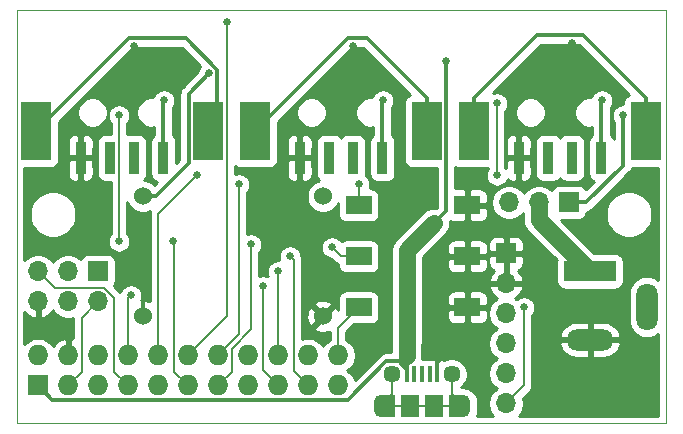
<source format=gbr>
%TF.GenerationSoftware,KiCad,Pcbnew,5.1.6-c6e7f7d~86~ubuntu18.04.1*%
%TF.CreationDate,2020-06-20T11:39:55+02:00*%
%TF.ProjectId,USB-Exp,5553422d-4578-4702-9e6b-696361645f70,1.0*%
%TF.SameCoordinates,Original*%
%TF.FileFunction,Copper,L1,Top*%
%TF.FilePolarity,Positive*%
%FSLAX46Y46*%
G04 Gerber Fmt 4.6, Leading zero omitted, Abs format (unit mm)*
G04 Created by KiCad (PCBNEW 5.1.6-c6e7f7d~86~ubuntu18.04.1) date 2020-06-20 11:39:55*
%MOMM*%
%LPD*%
G01*
G04 APERTURE LIST*
%TA.AperFunction,Profile*%
%ADD10C,0.050000*%
%TD*%
%TA.AperFunction,ComponentPad*%
%ADD11C,1.524000*%
%TD*%
%TA.AperFunction,SMDPad,CuDef*%
%ADD12R,2.180000X1.600000*%
%TD*%
%TA.AperFunction,ComponentPad*%
%ADD13O,1.727200X1.727200*%
%TD*%
%TA.AperFunction,ComponentPad*%
%ADD14R,1.727200X1.727200*%
%TD*%
%TA.AperFunction,ComponentPad*%
%ADD15O,1.700000X1.700000*%
%TD*%
%TA.AperFunction,ComponentPad*%
%ADD16R,1.700000X1.700000*%
%TD*%
%TA.AperFunction,SMDPad,CuDef*%
%ADD17R,2.500000X5.000000*%
%TD*%
%TA.AperFunction,SMDPad,CuDef*%
%ADD18R,0.900000X2.800000*%
%TD*%
%TA.AperFunction,ComponentPad*%
%ADD19R,4.400000X1.800000*%
%TD*%
%TA.AperFunction,ComponentPad*%
%ADD20O,4.000000X1.800000*%
%TD*%
%TA.AperFunction,ComponentPad*%
%ADD21O,1.800000X4.000000*%
%TD*%
%TA.AperFunction,SMDPad,CuDef*%
%ADD22R,1.200000X1.900000*%
%TD*%
%TA.AperFunction,ComponentPad*%
%ADD23O,1.200000X1.900000*%
%TD*%
%TA.AperFunction,SMDPad,CuDef*%
%ADD24R,1.500000X1.900000*%
%TD*%
%TA.AperFunction,ComponentPad*%
%ADD25C,1.450000*%
%TD*%
%TA.AperFunction,SMDPad,CuDef*%
%ADD26R,0.400000X1.350000*%
%TD*%
%TA.AperFunction,ViaPad*%
%ADD27C,0.650000*%
%TD*%
%TA.AperFunction,Conductor*%
%ADD28C,0.300000*%
%TD*%
%TA.AperFunction,Conductor*%
%ADD29C,0.160000*%
%TD*%
%TA.AperFunction,Conductor*%
%ADD30C,1.400000*%
%TD*%
%TA.AperFunction,Conductor*%
%ADD31C,0.254000*%
%TD*%
G04 APERTURE END LIST*
D10*
X50000000Y-50000000D02*
X50000000Y-85000000D01*
X50000000Y-50000000D02*
X105000000Y-50000000D01*
X105000000Y-85000000D02*
X50000000Y-85000000D01*
X105000000Y-50000000D02*
X105000000Y-85000000D01*
D11*
%TO.P,U1,P$4*%
%TO.N,GND*%
X60706000Y-75946000D03*
%TO.P,U1,P$3*%
%TO.N,Vin*%
X60706000Y-65786000D03*
%TO.P,U1,P$2*%
%TO.N,Net-(JP1-Pad3)*%
X75946000Y-65786000D03*
%TO.P,U1,P$1*%
%TO.N,GND*%
X75946000Y-75946000D03*
%TD*%
D12*
%TO.P,SW3,2*%
%TO.N,A3*%
X78966000Y-75184000D03*
%TO.P,SW3,1*%
%TO.N,GND*%
X88166000Y-75184000D03*
%TD*%
%TO.P,SW2,2*%
%TO.N,A5-SCL*%
X78966000Y-70866000D03*
%TO.P,SW2,1*%
%TO.N,GND*%
X88166000Y-70866000D03*
%TD*%
%TO.P,SW1,2*%
%TO.N,A4-SDA*%
X78966000Y-66548000D03*
%TO.P,SW1,1*%
%TO.N,GND*%
X88166000Y-66548000D03*
%TD*%
D13*
%TO.P,P1,22*%
%TO.N,A3*%
X77216000Y-79248000D03*
%TO.P,P1,21*%
%TO.N,Net-(P1-Pad21)*%
X77216000Y-81788000D03*
%TO.P,P1,8*%
%TO.N,DTR*%
X59436000Y-79248000D03*
%TO.P,P1,7*%
%TO.N,RESET*%
X59436000Y-81788000D03*
%TO.P,P1,6*%
%TO.N,D0-RXD*%
X56896000Y-79248000D03*
%TO.P,P1,5*%
%TO.N,D1-TXD*%
X56896000Y-81788000D03*
%TO.P,P1,4*%
%TO.N,GND*%
X54356000Y-79248000D03*
%TO.P,P1,3*%
%TO.N,VCC*%
X54356000Y-81788000D03*
%TO.P,P1,2*%
%TO.N,Net-(P1-Pad2)*%
X51816000Y-79248000D03*
D14*
%TO.P,P1,1*%
%TO.N,Vin*%
X51816000Y-81788000D03*
D13*
%TO.P,P1,9*%
%TO.N,Net-(P1-Pad9)*%
X61976000Y-81788000D03*
%TO.P,P1,10*%
%TO.N,D3*%
X61976000Y-79248000D03*
%TO.P,P1,11*%
%TO.N,D5*%
X64516000Y-81788000D03*
%TO.P,P1,12*%
%TO.N,D6*%
X64516000Y-79248000D03*
%TO.P,P1,13*%
%TO.N,A5-SCL*%
X67056000Y-81788000D03*
%TO.P,P1,14*%
%TO.N,A4-SDA*%
X67056000Y-79248000D03*
%TO.P,P1,15*%
%TO.N,Net-(P1-Pad15)*%
X69596000Y-81788000D03*
%TO.P,P1,16*%
%TO.N,Net-(P1-Pad16)*%
X69596000Y-79248000D03*
%TO.P,P1,17*%
%TO.N,MOSI*%
X72136000Y-81788000D03*
%TO.P,P1,18*%
%TO.N,MISO*%
X72136000Y-79248000D03*
%TO.P,P1,19*%
%TO.N,SCK*%
X74676000Y-81788000D03*
%TO.P,P1,20*%
%TO.N,Net-(P1-Pad20)*%
X74676000Y-79248000D03*
%TD*%
D15*
%TO.P,JP1,3*%
%TO.N,Net-(JP1-Pad3)*%
X91694000Y-66294000D03*
%TO.P,JP1,2*%
%TO.N,Net-(J2-Pad1)*%
X94234000Y-66294000D03*
D16*
%TO.P,JP1,1*%
%TO.N,Vin*%
X96774000Y-66294000D03*
%TD*%
D15*
%TO.P,J7,6*%
%TO.N,DTR*%
X91440000Y-83312000D03*
%TO.P,J7,5*%
%TO.N,D1-TXD*%
X91440000Y-80772000D03*
%TO.P,J7,4*%
%TO.N,D0-RXD*%
X91440000Y-78232000D03*
%TO.P,J7,3*%
%TO.N,VCC*%
X91440000Y-75692000D03*
%TO.P,J7,2*%
%TO.N,GND*%
X91440000Y-73152000D03*
D16*
%TO.P,J7,1*%
X91440000Y-70612000D03*
%TD*%
D15*
%TO.P,J6,6*%
%TO.N,GND*%
X51816000Y-74676000D03*
%TO.P,J6,5*%
%TO.N,RESET*%
X51816000Y-72136000D03*
%TO.P,J6,4*%
%TO.N,MOSI*%
X54356000Y-74676000D03*
%TO.P,J6,3*%
%TO.N,SCK*%
X54356000Y-72136000D03*
%TO.P,J6,2*%
%TO.N,VCC*%
X56896000Y-74676000D03*
D16*
%TO.P,J6,1*%
%TO.N,MISO*%
X56896000Y-72136000D03*
%TD*%
D17*
%TO.P,J5,S2*%
%TO.N,Net-(J5-PadS1)*%
X88762000Y-60274000D03*
%TO.P,J5,S1*%
X103262000Y-60274000D03*
D18*
%TO.P,J5,03*%
%TO.N,Net-(J5-Pad03)*%
X95012000Y-62524000D03*
%TO.P,J5,01*%
%TO.N,Net-(J5-Pad01)*%
X99512000Y-62524000D03*
%TO.P,J5,02*%
%TO.N,Net-(J5-Pad02)*%
X97012000Y-62524000D03*
%TO.P,J5,04*%
%TO.N,GND*%
X92512000Y-62524000D03*
%TD*%
D17*
%TO.P,J4,S2*%
%TO.N,Net-(J4-PadS1)*%
X70220000Y-60274000D03*
%TO.P,J4,S1*%
X84720000Y-60274000D03*
D18*
%TO.P,J4,03*%
%TO.N,Net-(J4-Pad03)*%
X76470000Y-62524000D03*
%TO.P,J4,01*%
%TO.N,Net-(J4-Pad01)*%
X80970000Y-62524000D03*
%TO.P,J4,02*%
%TO.N,Net-(J4-Pad02)*%
X78470000Y-62524000D03*
%TO.P,J4,04*%
%TO.N,GND*%
X73970000Y-62524000D03*
%TD*%
D17*
%TO.P,J3,S2*%
%TO.N,Net-(J3-PadS1)*%
X51678000Y-60274000D03*
%TO.P,J3,S1*%
X66178000Y-60274000D03*
D18*
%TO.P,J3,03*%
%TO.N,Net-(J3-Pad03)*%
X57928000Y-62524000D03*
%TO.P,J3,01*%
%TO.N,Net-(J3-Pad01)*%
X62428000Y-62524000D03*
%TO.P,J3,02*%
%TO.N,Net-(J3-Pad02)*%
X59928000Y-62524000D03*
%TO.P,J3,04*%
%TO.N,GND*%
X55428000Y-62524000D03*
%TD*%
D19*
%TO.P,J2,1*%
%TO.N,Net-(J2-Pad1)*%
X98552000Y-72136000D03*
D20*
%TO.P,J2,2*%
%TO.N,GND*%
X98552000Y-77936000D03*
D21*
%TO.P,J2,3*%
%TO.N,N/C*%
X103352000Y-75136000D03*
%TD*%
D22*
%TO.P,J1,6*%
%TO.N,Net-(J1-Pad6)*%
X81428000Y-83533500D03*
X87228000Y-83533500D03*
D23*
X87828000Y-83533500D03*
X80828000Y-83533500D03*
D24*
X83328000Y-83533500D03*
D25*
X86828000Y-80833500D03*
D26*
%TO.P,J1,3*%
%TO.N,Net-(J1-Pad3)*%
X84328000Y-80833500D03*
%TO.P,J1,4*%
%TO.N,Net-(J1-Pad4)*%
X84978000Y-80833500D03*
%TO.P,J1,5*%
%TO.N,GND*%
X85628000Y-80833500D03*
%TO.P,J1,1*%
%TO.N,Vin*%
X83028000Y-80833500D03*
%TO.P,J1,2*%
%TO.N,Net-(J1-Pad2)*%
X83678000Y-80833500D03*
D25*
%TO.P,J1,6*%
%TO.N,Net-(J1-Pad6)*%
X81828000Y-80833500D03*
D24*
X85328000Y-83533500D03*
%TD*%
D27*
%TO.N,GND*%
X78486000Y-53086000D03*
X78486000Y-58928000D03*
X59944000Y-53086000D03*
X59944000Y-58674000D03*
X97028000Y-52832000D03*
X97028000Y-58420000D03*
%TO.N,Vin*%
X83820000Y-69596000D03*
X84582000Y-68834000D03*
X85344000Y-68072000D03*
X101346000Y-58928000D03*
X86360000Y-54356000D03*
X66294000Y-55372000D03*
%TO.N,Net-(J3-Pad01)*%
X62484000Y-57658000D03*
%TO.N,Net-(J4-Pad01)*%
X81026000Y-57658000D03*
%TO.N,Net-(J5-Pad01)*%
X99568000Y-57658000D03*
%TO.N,MOSI*%
X70866000Y-73406000D03*
%TO.N,SCK*%
X73152000Y-70866000D03*
%TO.N,MISO*%
X72136000Y-72136000D03*
%TO.N,DTR*%
X59690000Y-74168000D03*
X92964000Y-75184000D03*
%TO.N,D3*%
X65278000Y-64008000D03*
X90678000Y-64008000D03*
X90678000Y-57912000D03*
%TO.N,D5*%
X58674000Y-58928000D03*
X63246000Y-69596000D03*
X58674000Y-69596000D03*
%TO.N,D6*%
X67818000Y-51054000D03*
%TO.N,A5-SCL*%
X69850000Y-69850000D03*
X76708000Y-70104000D03*
%TO.N,A4-SDA*%
X68834000Y-64770000D03*
X78994000Y-64770000D03*
%TD*%
D28*
%TO.N,GND*%
X85628000Y-80833500D02*
X85628000Y-78964000D01*
X60706000Y-73914000D02*
X60706000Y-75946000D01*
X78486000Y-53086000D02*
X78486000Y-58928000D01*
X59944000Y-53086000D02*
X59944000Y-58674000D01*
X97028000Y-52832000D02*
X97028000Y-58420000D01*
D29*
%TO.N,Net-(J1-Pad6)*%
X81828000Y-82533500D02*
X80828000Y-83533500D01*
X81828000Y-80833500D02*
X81828000Y-82533500D01*
X81428000Y-83533500D02*
X87828000Y-83533500D01*
X86828000Y-82533500D02*
X87828000Y-83533500D01*
X86828000Y-80833500D02*
X86828000Y-82533500D01*
D30*
%TO.N,Vin*%
X83820000Y-69596000D02*
X83058000Y-70358000D01*
X83058000Y-70358000D02*
X83058000Y-77978000D01*
D28*
X83028000Y-78008000D02*
X83058000Y-77978000D01*
D30*
X83028000Y-78008000D02*
X83028000Y-79258499D01*
D28*
X83028000Y-80833500D02*
X83028000Y-79258499D01*
D30*
X83820000Y-69596000D02*
X84582000Y-68834000D01*
X84582000Y-68834000D02*
X85344000Y-68072000D01*
X85344000Y-68072000D02*
X85344000Y-68072000D01*
D28*
X96774000Y-66294000D02*
X96211999Y-65731999D01*
X101346000Y-63170002D02*
X101346000Y-58928000D01*
X96774000Y-66294000D02*
X98222002Y-66294000D01*
X98222002Y-66294000D02*
X101346000Y-63170002D01*
X85344000Y-68072000D02*
X86360000Y-67056000D01*
X86360000Y-67056000D02*
X86360000Y-54356000D01*
X64577999Y-57088001D02*
X66294000Y-55372000D01*
X64577999Y-62991631D02*
X64577999Y-57088001D01*
X60706000Y-65786000D02*
X61783630Y-65786000D01*
X61783630Y-65786000D02*
X64577999Y-62991631D01*
X82344001Y-79758499D02*
X83028000Y-80442498D01*
X81311999Y-79758499D02*
X82344001Y-79758499D01*
X78068897Y-83001601D02*
X81311999Y-79758499D01*
X83028000Y-80442498D02*
X83028000Y-80833500D01*
X53029601Y-83001601D02*
X78068897Y-83001601D01*
X51816000Y-81788000D02*
X53029601Y-83001601D01*
D30*
%TO.N,Net-(J2-Pad1)*%
X94234000Y-67818000D02*
X94234000Y-66294000D01*
X98552000Y-72136000D02*
X94234000Y-67818000D01*
D28*
%TO.N,Net-(J3-PadS1)*%
X66969001Y-55047999D02*
X66969001Y-59482999D01*
X59541001Y-52410999D02*
X64332001Y-52410999D01*
X66969001Y-59482999D02*
X66178000Y-60274000D01*
X64332001Y-52410999D02*
X66969001Y-55047999D01*
X51678000Y-60274000D02*
X59541001Y-52410999D01*
%TO.N,Net-(J3-Pad01)*%
X62428000Y-62524000D02*
X62428000Y-57714000D01*
X62428000Y-57714000D02*
X62484000Y-57658000D01*
%TO.N,Net-(J4-PadS1)*%
X84720000Y-57474000D02*
X84720000Y-60274000D01*
X79656999Y-52410999D02*
X84720000Y-57474000D01*
X78083001Y-52410999D02*
X79656999Y-52410999D01*
X70220000Y-60274000D02*
X78083001Y-52410999D01*
%TO.N,Net-(J4-Pad01)*%
X80970000Y-62524000D02*
X80970000Y-57714000D01*
X80970000Y-57714000D02*
X81026000Y-57658000D01*
%TO.N,Net-(J5-PadS1)*%
X103262000Y-57474000D02*
X103262000Y-60274000D01*
X97944999Y-52156999D02*
X103262000Y-57474000D01*
X94079001Y-52156999D02*
X97944999Y-52156999D01*
X88762000Y-57474000D02*
X94079001Y-52156999D01*
X88762000Y-60274000D02*
X88762000Y-57474000D01*
%TO.N,Net-(J5-Pad01)*%
X99568000Y-62468000D02*
X99512000Y-62524000D01*
X99512000Y-62524000D02*
X99512000Y-57714000D01*
X99512000Y-57714000D02*
X99568000Y-57658000D01*
D29*
%TO.N,RESET*%
X58292399Y-74399997D02*
X58292399Y-80644399D01*
X57438401Y-73545999D02*
X58292399Y-74399997D01*
X58292399Y-80644399D02*
X59436000Y-81788000D01*
X53225999Y-73545999D02*
X57438401Y-73545999D01*
X51816000Y-72136000D02*
X53225999Y-73545999D01*
%TO.N,MOSI*%
X70866000Y-80518000D02*
X72136000Y-81788000D01*
X70866000Y-73406000D02*
X70866000Y-80518000D01*
%TO.N,SCK*%
X73476999Y-80588999D02*
X74676000Y-81788000D01*
X73476999Y-71190999D02*
X73476999Y-80588999D01*
X73152000Y-70866000D02*
X73476999Y-71190999D01*
%TO.N,VCC*%
X55499601Y-80644399D02*
X55499601Y-76072399D01*
X55499601Y-76072399D02*
X56896000Y-74676000D01*
X54356000Y-81788000D02*
X55499601Y-80644399D01*
%TO.N,MISO*%
X72136000Y-72136000D02*
X72136000Y-79248000D01*
%TO.N,DTR*%
X59436000Y-79248000D02*
X59436000Y-74422000D01*
X59436000Y-74422000D02*
X59690000Y-74168000D01*
X91440000Y-83312000D02*
X92964000Y-81788000D01*
X92964000Y-81788000D02*
X92964000Y-75184000D01*
%TO.N,A3*%
X77216000Y-76934000D02*
X78966000Y-75184000D01*
X77216000Y-79248000D02*
X77216000Y-76934000D01*
%TO.N,D3*%
X61976000Y-79248000D02*
X61976000Y-67310000D01*
X61976000Y-67310000D02*
X65278000Y-64008000D01*
X90678000Y-64008000D02*
X90678000Y-57912000D01*
%TO.N,D5*%
X64516000Y-81788000D02*
X63372399Y-80644399D01*
X63372399Y-80644399D02*
X63372399Y-76960798D01*
X63372399Y-76960798D02*
X63372399Y-69722399D01*
X63372399Y-69722399D02*
X63246000Y-69596000D01*
X58674000Y-69596000D02*
X58674000Y-58928000D01*
%TO.N,D6*%
X64516000Y-79248000D02*
X67818000Y-75946000D01*
X67818000Y-75946000D02*
X67818000Y-51054000D01*
%TO.N,A5-SCL*%
X69850000Y-77048672D02*
X69850000Y-69850000D01*
X68199601Y-78699071D02*
X69850000Y-77048672D01*
X67056000Y-81788000D02*
X68199601Y-80644399D01*
X68199601Y-80644399D02*
X68199601Y-78699071D01*
X77470000Y-70866000D02*
X78966000Y-70866000D01*
X76708000Y-70104000D02*
X77470000Y-70866000D01*
%TO.N,A4-SDA*%
X67056000Y-79248000D02*
X68834000Y-77470000D01*
X68834000Y-77470000D02*
X68834000Y-64770000D01*
X78994000Y-66520000D02*
X78966000Y-66548000D01*
X78994000Y-64770000D02*
X78994000Y-66520000D01*
%TD*%
D31*
%TO.N,GND*%
G36*
X101840341Y-57162499D02*
G01*
X101767820Y-57184498D01*
X101657506Y-57243463D01*
X101560815Y-57322815D01*
X101481463Y-57419506D01*
X101422498Y-57529820D01*
X101386188Y-57649518D01*
X101373928Y-57774000D01*
X101373928Y-57968000D01*
X101251448Y-57968000D01*
X101065978Y-58004892D01*
X100891269Y-58077259D01*
X100734036Y-58182319D01*
X100600319Y-58316036D01*
X100495259Y-58473269D01*
X100422892Y-58647978D01*
X100386000Y-58833448D01*
X100386000Y-59022552D01*
X100422892Y-59208022D01*
X100495259Y-59382731D01*
X100561001Y-59481120D01*
X100561001Y-60911132D01*
X100551502Y-60879820D01*
X100492537Y-60769506D01*
X100413185Y-60672815D01*
X100316494Y-60593463D01*
X100297000Y-60583043D01*
X100297000Y-58286645D01*
X100313681Y-58269964D01*
X100418741Y-58112731D01*
X100491108Y-57938022D01*
X100528000Y-57752552D01*
X100528000Y-57563448D01*
X100491108Y-57377978D01*
X100418741Y-57203269D01*
X100313681Y-57046036D01*
X100179964Y-56912319D01*
X100022731Y-56807259D01*
X99848022Y-56734892D01*
X99662552Y-56698000D01*
X99473448Y-56698000D01*
X99287978Y-56734892D01*
X99113269Y-56807259D01*
X98956036Y-56912319D01*
X98822319Y-57046036D01*
X98717259Y-57203269D01*
X98644892Y-57377978D01*
X98642542Y-57389792D01*
X98638561Y-57389000D01*
X98385439Y-57389000D01*
X98137179Y-57438381D01*
X97903324Y-57535247D01*
X97692860Y-57675875D01*
X97513875Y-57854860D01*
X97373247Y-58065324D01*
X97276381Y-58299179D01*
X97227000Y-58547439D01*
X97227000Y-58800561D01*
X97276381Y-59048821D01*
X97373247Y-59282676D01*
X97513875Y-59493140D01*
X97692860Y-59672125D01*
X97903324Y-59812753D01*
X98137179Y-59909619D01*
X98385439Y-59959000D01*
X98638561Y-59959000D01*
X98727001Y-59941409D01*
X98727000Y-60583043D01*
X98707506Y-60593463D01*
X98610815Y-60672815D01*
X98531463Y-60769506D01*
X98472498Y-60879820D01*
X98436188Y-60999518D01*
X98423928Y-61124000D01*
X98423928Y-63924000D01*
X98436188Y-64048482D01*
X98472498Y-64168180D01*
X98531463Y-64278494D01*
X98610815Y-64375185D01*
X98707506Y-64454537D01*
X98817820Y-64513502D01*
X98874998Y-64530847D01*
X98210897Y-65194947D01*
X98154537Y-65089506D01*
X98075185Y-64992815D01*
X97978494Y-64913463D01*
X97868180Y-64854498D01*
X97748482Y-64818188D01*
X97624000Y-64805928D01*
X95924000Y-64805928D01*
X95799518Y-64818188D01*
X95679820Y-64854498D01*
X95569506Y-64913463D01*
X95472815Y-64992815D01*
X95393463Y-65089506D01*
X95334498Y-65199820D01*
X95312487Y-65272380D01*
X95180632Y-65140525D01*
X94937411Y-64978010D01*
X94667158Y-64866068D01*
X94380260Y-64809000D01*
X94087740Y-64809000D01*
X93800842Y-64866068D01*
X93530589Y-64978010D01*
X93287368Y-65140525D01*
X93080525Y-65347368D01*
X92964000Y-65521760D01*
X92847475Y-65347368D01*
X92640632Y-65140525D01*
X92397411Y-64978010D01*
X92127158Y-64866068D01*
X91840260Y-64809000D01*
X91547740Y-64809000D01*
X91260842Y-64866068D01*
X90990589Y-64978010D01*
X90747368Y-65140525D01*
X90540525Y-65347368D01*
X90378010Y-65590589D01*
X90266068Y-65860842D01*
X90209000Y-66147740D01*
X90209000Y-66440260D01*
X90266068Y-66727158D01*
X90378010Y-66997411D01*
X90540525Y-67240632D01*
X90747368Y-67447475D01*
X90990589Y-67609990D01*
X91260842Y-67721932D01*
X91547740Y-67779000D01*
X91840260Y-67779000D01*
X92127158Y-67721932D01*
X92397411Y-67609990D01*
X92640632Y-67447475D01*
X92847475Y-67240632D01*
X92899000Y-67163519D01*
X92899000Y-67752421D01*
X92892541Y-67818000D01*
X92904201Y-67936384D01*
X92918317Y-68079705D01*
X92994653Y-68331353D01*
X93118618Y-68563274D01*
X93285445Y-68766555D01*
X93336392Y-68808366D01*
X95718420Y-71190394D01*
X95713928Y-71236000D01*
X95713928Y-73036000D01*
X95726188Y-73160482D01*
X95762498Y-73280180D01*
X95821463Y-73390494D01*
X95900815Y-73487185D01*
X95997506Y-73566537D01*
X96107820Y-73625502D01*
X96227518Y-73661812D01*
X96352000Y-73674072D01*
X100752000Y-73674072D01*
X100876482Y-73661812D01*
X100996180Y-73625502D01*
X101106494Y-73566537D01*
X101203185Y-73487185D01*
X101282537Y-73390494D01*
X101341502Y-73280180D01*
X101377812Y-73160482D01*
X101390072Y-73036000D01*
X101390072Y-71236000D01*
X101377812Y-71111518D01*
X101341502Y-70991820D01*
X101282537Y-70881506D01*
X101203185Y-70784815D01*
X101106494Y-70705463D01*
X100996180Y-70646498D01*
X100876482Y-70610188D01*
X100752000Y-70597928D01*
X98901903Y-70597928D01*
X96086046Y-67782072D01*
X97624000Y-67782072D01*
X97748482Y-67769812D01*
X97868180Y-67733502D01*
X97978494Y-67674537D01*
X98075185Y-67595185D01*
X98154537Y-67498494D01*
X98213502Y-67388180D01*
X98249812Y-67268482D01*
X98262072Y-67144000D01*
X98262072Y-67114495D01*
X99869000Y-67114495D01*
X99869000Y-67505505D01*
X99945282Y-67889003D01*
X100094915Y-68250250D01*
X100312149Y-68575364D01*
X100588636Y-68851851D01*
X100913750Y-69069085D01*
X101274997Y-69218718D01*
X101658495Y-69295000D01*
X102049505Y-69295000D01*
X102433003Y-69218718D01*
X102794250Y-69069085D01*
X103119364Y-68851851D01*
X103395851Y-68575364D01*
X103613085Y-68250250D01*
X103762718Y-67889003D01*
X103839000Y-67505505D01*
X103839000Y-67114495D01*
X103762718Y-66730997D01*
X103613085Y-66369750D01*
X103395851Y-66044636D01*
X103119364Y-65768149D01*
X102794250Y-65550915D01*
X102433003Y-65401282D01*
X102049505Y-65325000D01*
X101658495Y-65325000D01*
X101274997Y-65401282D01*
X100913750Y-65550915D01*
X100588636Y-65768149D01*
X100312149Y-66044636D01*
X100094915Y-66369750D01*
X99945282Y-66730997D01*
X99869000Y-67114495D01*
X98262072Y-67114495D01*
X98262072Y-67078851D01*
X98375889Y-67067641D01*
X98523862Y-67022754D01*
X98660235Y-66949862D01*
X98779766Y-66851764D01*
X98804349Y-66821810D01*
X101873817Y-63752343D01*
X101903764Y-63727766D01*
X102001862Y-63608235D01*
X102074754Y-63471862D01*
X102092891Y-63412072D01*
X104340000Y-63412072D01*
X104340001Y-72861088D01*
X104208926Y-72753519D01*
X103942260Y-72610983D01*
X103652912Y-72523210D01*
X103352000Y-72493573D01*
X103051087Y-72523210D01*
X102761739Y-72610983D01*
X102495073Y-72753519D01*
X102261339Y-72945339D01*
X102069519Y-73179074D01*
X101926983Y-73445740D01*
X101839210Y-73735088D01*
X101817000Y-73960593D01*
X101817001Y-76311408D01*
X101839211Y-76536913D01*
X101926984Y-76826261D01*
X102069520Y-77092927D01*
X102261340Y-77326661D01*
X102495074Y-77518481D01*
X102761740Y-77661017D01*
X103051088Y-77748790D01*
X103352000Y-77778427D01*
X103652913Y-77748790D01*
X103942261Y-77661017D01*
X104208927Y-77518481D01*
X104340001Y-77410912D01*
X104340001Y-84340000D01*
X92512107Y-84340000D01*
X92593475Y-84258632D01*
X92755990Y-84015411D01*
X92867932Y-83745158D01*
X92925000Y-83458260D01*
X92925000Y-83165740D01*
X92870651Y-82892511D01*
X93444756Y-82318407D01*
X93472026Y-82296027D01*
X93494407Y-82268756D01*
X93494414Y-82268749D01*
X93561376Y-82187156D01*
X93627769Y-82062944D01*
X93635021Y-82039037D01*
X93668654Y-81928164D01*
X93679000Y-81823120D01*
X93679000Y-81823111D01*
X93682458Y-81788001D01*
X93679000Y-81752891D01*
X93679000Y-78300740D01*
X95960964Y-78300740D01*
X95985245Y-78406087D01*
X96105138Y-78683204D01*
X96276790Y-78931606D01*
X96493604Y-79141748D01*
X96747249Y-79305554D01*
X97027977Y-79416729D01*
X97325000Y-79471000D01*
X98425000Y-79471000D01*
X98425000Y-78063000D01*
X98679000Y-78063000D01*
X98679000Y-79471000D01*
X99779000Y-79471000D01*
X100076023Y-79416729D01*
X100356751Y-79305554D01*
X100610396Y-79141748D01*
X100827210Y-78931606D01*
X100998862Y-78683204D01*
X101118755Y-78406087D01*
X101143036Y-78300740D01*
X101022378Y-78063000D01*
X98679000Y-78063000D01*
X98425000Y-78063000D01*
X96081622Y-78063000D01*
X95960964Y-78300740D01*
X93679000Y-78300740D01*
X93679000Y-77571260D01*
X95960964Y-77571260D01*
X96081622Y-77809000D01*
X98425000Y-77809000D01*
X98425000Y-76401000D01*
X98679000Y-76401000D01*
X98679000Y-77809000D01*
X101022378Y-77809000D01*
X101143036Y-77571260D01*
X101118755Y-77465913D01*
X100998862Y-77188796D01*
X100827210Y-76940394D01*
X100610396Y-76730252D01*
X100356751Y-76566446D01*
X100076023Y-76455271D01*
X99779000Y-76401000D01*
X98679000Y-76401000D01*
X98425000Y-76401000D01*
X97325000Y-76401000D01*
X97027977Y-76455271D01*
X96747249Y-76566446D01*
X96493604Y-76730252D01*
X96276790Y-76940394D01*
X96105138Y-77188796D01*
X95985245Y-77465913D01*
X95960964Y-77571260D01*
X93679000Y-77571260D01*
X93679000Y-75826645D01*
X93709681Y-75795964D01*
X93814741Y-75638731D01*
X93887108Y-75464022D01*
X93924000Y-75278552D01*
X93924000Y-75089448D01*
X93887108Y-74903978D01*
X93814741Y-74729269D01*
X93709681Y-74572036D01*
X93575964Y-74438319D01*
X93418731Y-74333259D01*
X93244022Y-74260892D01*
X93058552Y-74224000D01*
X92869448Y-74224000D01*
X92683978Y-74260892D01*
X92509269Y-74333259D01*
X92352036Y-74438319D01*
X92305824Y-74484531D01*
X92204466Y-74416805D01*
X92321355Y-74347178D01*
X92537588Y-74152269D01*
X92711641Y-73918920D01*
X92836825Y-73656099D01*
X92881476Y-73508890D01*
X92760155Y-73279000D01*
X91567000Y-73279000D01*
X91567000Y-73299000D01*
X91313000Y-73299000D01*
X91313000Y-73279000D01*
X90119845Y-73279000D01*
X89998524Y-73508890D01*
X90043175Y-73656099D01*
X90168359Y-73918920D01*
X90342412Y-74152269D01*
X90558645Y-74347178D01*
X90675534Y-74416805D01*
X90493368Y-74538525D01*
X90286525Y-74745368D01*
X90124010Y-74988589D01*
X90012068Y-75258842D01*
X89955000Y-75545740D01*
X89955000Y-75838260D01*
X90012068Y-76125158D01*
X90124010Y-76395411D01*
X90286525Y-76638632D01*
X90493368Y-76845475D01*
X90667760Y-76962000D01*
X90493368Y-77078525D01*
X90286525Y-77285368D01*
X90124010Y-77528589D01*
X90012068Y-77798842D01*
X89955000Y-78085740D01*
X89955000Y-78378260D01*
X90012068Y-78665158D01*
X90124010Y-78935411D01*
X90286525Y-79178632D01*
X90493368Y-79385475D01*
X90667760Y-79502000D01*
X90493368Y-79618525D01*
X90286525Y-79825368D01*
X90124010Y-80068589D01*
X90012068Y-80338842D01*
X89955000Y-80625740D01*
X89955000Y-80918260D01*
X90012068Y-81205158D01*
X90124010Y-81475411D01*
X90286525Y-81718632D01*
X90493368Y-81925475D01*
X90667760Y-82042000D01*
X90493368Y-82158525D01*
X90286525Y-82365368D01*
X90124010Y-82608589D01*
X90012068Y-82878842D01*
X89955000Y-83165740D01*
X89955000Y-83458260D01*
X90012068Y-83745158D01*
X90124010Y-84015411D01*
X90286525Y-84258632D01*
X90367893Y-84340000D01*
X88980093Y-84340000D01*
X89045130Y-84125601D01*
X89063000Y-83944164D01*
X89063000Y-83122835D01*
X89045130Y-82941398D01*
X88974511Y-82708599D01*
X88859833Y-82494051D01*
X88705502Y-82305998D01*
X88517448Y-82151667D01*
X88302900Y-82036989D01*
X88070101Y-81966370D01*
X87828000Y-81942525D01*
X87798525Y-81945428D01*
X87611817Y-81945428D01*
X87694949Y-81889881D01*
X87884381Y-81700449D01*
X88033216Y-81477701D01*
X88135736Y-81230197D01*
X88188000Y-80967448D01*
X88188000Y-80699552D01*
X88135736Y-80436803D01*
X88033216Y-80189299D01*
X87884381Y-79966551D01*
X87694949Y-79777119D01*
X87472201Y-79628284D01*
X87224697Y-79525764D01*
X86961948Y-79473500D01*
X86694052Y-79473500D01*
X86431303Y-79525764D01*
X86183799Y-79628284D01*
X86182610Y-79629079D01*
X86081576Y-79572979D01*
X85962474Y-79534759D01*
X85859750Y-79523500D01*
X85701000Y-79682250D01*
X85701000Y-79794822D01*
X85629185Y-79707315D01*
X85532494Y-79627963D01*
X85464218Y-79591468D01*
X85396250Y-79523500D01*
X85305120Y-79533488D01*
X85302482Y-79532688D01*
X85178000Y-79520428D01*
X84778000Y-79520428D01*
X84653518Y-79532688D01*
X84653000Y-79532845D01*
X84652482Y-79532688D01*
X84528000Y-79520428D01*
X84343615Y-79520428D01*
X84343683Y-79520205D01*
X84363000Y-79324078D01*
X84363000Y-78274923D01*
X84373683Y-78239706D01*
X84393000Y-78043579D01*
X84393000Y-75984000D01*
X86437928Y-75984000D01*
X86450188Y-76108482D01*
X86486498Y-76228180D01*
X86545463Y-76338494D01*
X86624815Y-76435185D01*
X86721506Y-76514537D01*
X86831820Y-76573502D01*
X86951518Y-76609812D01*
X87076000Y-76622072D01*
X87880250Y-76619000D01*
X88039000Y-76460250D01*
X88039000Y-75311000D01*
X88293000Y-75311000D01*
X88293000Y-76460250D01*
X88451750Y-76619000D01*
X89256000Y-76622072D01*
X89380482Y-76609812D01*
X89500180Y-76573502D01*
X89610494Y-76514537D01*
X89707185Y-76435185D01*
X89786537Y-76338494D01*
X89845502Y-76228180D01*
X89881812Y-76108482D01*
X89894072Y-75984000D01*
X89891000Y-75469750D01*
X89732250Y-75311000D01*
X88293000Y-75311000D01*
X88039000Y-75311000D01*
X86599750Y-75311000D01*
X86441000Y-75469750D01*
X86437928Y-75984000D01*
X84393000Y-75984000D01*
X84393000Y-74384000D01*
X86437928Y-74384000D01*
X86441000Y-74898250D01*
X86599750Y-75057000D01*
X88039000Y-75057000D01*
X88039000Y-73907750D01*
X88293000Y-73907750D01*
X88293000Y-75057000D01*
X89732250Y-75057000D01*
X89891000Y-74898250D01*
X89894072Y-74384000D01*
X89881812Y-74259518D01*
X89845502Y-74139820D01*
X89786537Y-74029506D01*
X89707185Y-73932815D01*
X89610494Y-73853463D01*
X89500180Y-73794498D01*
X89380482Y-73758188D01*
X89256000Y-73745928D01*
X88451750Y-73749000D01*
X88293000Y-73907750D01*
X88039000Y-73907750D01*
X87880250Y-73749000D01*
X87076000Y-73745928D01*
X86951518Y-73758188D01*
X86831820Y-73794498D01*
X86721506Y-73853463D01*
X86624815Y-73932815D01*
X86545463Y-74029506D01*
X86486498Y-74139820D01*
X86450188Y-74259518D01*
X86437928Y-74384000D01*
X84393000Y-74384000D01*
X84393000Y-71666000D01*
X86437928Y-71666000D01*
X86450188Y-71790482D01*
X86486498Y-71910180D01*
X86545463Y-72020494D01*
X86624815Y-72117185D01*
X86721506Y-72196537D01*
X86831820Y-72255502D01*
X86951518Y-72291812D01*
X87076000Y-72304072D01*
X87880250Y-72301000D01*
X88039000Y-72142250D01*
X88039000Y-70993000D01*
X88293000Y-70993000D01*
X88293000Y-72142250D01*
X88451750Y-72301000D01*
X89256000Y-72304072D01*
X89380482Y-72291812D01*
X89500180Y-72255502D01*
X89610494Y-72196537D01*
X89707185Y-72117185D01*
X89786537Y-72020494D01*
X89845502Y-71910180D01*
X89881812Y-71790482D01*
X89894072Y-71666000D01*
X89892854Y-71462000D01*
X89951928Y-71462000D01*
X89964188Y-71586482D01*
X90000498Y-71706180D01*
X90059463Y-71816494D01*
X90138815Y-71913185D01*
X90235506Y-71992537D01*
X90345820Y-72051502D01*
X90426466Y-72075966D01*
X90342412Y-72151731D01*
X90168359Y-72385080D01*
X90043175Y-72647901D01*
X89998524Y-72795110D01*
X90119845Y-73025000D01*
X91313000Y-73025000D01*
X91313000Y-70739000D01*
X91567000Y-70739000D01*
X91567000Y-73025000D01*
X92760155Y-73025000D01*
X92881476Y-72795110D01*
X92836825Y-72647901D01*
X92711641Y-72385080D01*
X92537588Y-72151731D01*
X92453534Y-72075966D01*
X92534180Y-72051502D01*
X92644494Y-71992537D01*
X92741185Y-71913185D01*
X92820537Y-71816494D01*
X92879502Y-71706180D01*
X92915812Y-71586482D01*
X92928072Y-71462000D01*
X92925000Y-70897750D01*
X92766250Y-70739000D01*
X91567000Y-70739000D01*
X91313000Y-70739000D01*
X90113750Y-70739000D01*
X89955000Y-70897750D01*
X89951928Y-71462000D01*
X89892854Y-71462000D01*
X89891000Y-71151750D01*
X89732250Y-70993000D01*
X88293000Y-70993000D01*
X88039000Y-70993000D01*
X86599750Y-70993000D01*
X86441000Y-71151750D01*
X86437928Y-71666000D01*
X84393000Y-71666000D01*
X84393000Y-70910975D01*
X84810359Y-70493616D01*
X84810363Y-70493611D01*
X85237974Y-70066000D01*
X86437928Y-70066000D01*
X86441000Y-70580250D01*
X86599750Y-70739000D01*
X88039000Y-70739000D01*
X88039000Y-69589750D01*
X88293000Y-69589750D01*
X88293000Y-70739000D01*
X89732250Y-70739000D01*
X89891000Y-70580250D01*
X89894072Y-70066000D01*
X89881812Y-69941518D01*
X89845502Y-69821820D01*
X89813528Y-69762000D01*
X89951928Y-69762000D01*
X89955000Y-70326250D01*
X90113750Y-70485000D01*
X91313000Y-70485000D01*
X91313000Y-69285750D01*
X91567000Y-69285750D01*
X91567000Y-70485000D01*
X92766250Y-70485000D01*
X92925000Y-70326250D01*
X92928072Y-69762000D01*
X92915812Y-69637518D01*
X92879502Y-69517820D01*
X92820537Y-69407506D01*
X92741185Y-69310815D01*
X92644494Y-69231463D01*
X92534180Y-69172498D01*
X92414482Y-69136188D01*
X92290000Y-69123928D01*
X91725750Y-69127000D01*
X91567000Y-69285750D01*
X91313000Y-69285750D01*
X91154250Y-69127000D01*
X90590000Y-69123928D01*
X90465518Y-69136188D01*
X90345820Y-69172498D01*
X90235506Y-69231463D01*
X90138815Y-69310815D01*
X90059463Y-69407506D01*
X90000498Y-69517820D01*
X89964188Y-69637518D01*
X89951928Y-69762000D01*
X89813528Y-69762000D01*
X89786537Y-69711506D01*
X89707185Y-69614815D01*
X89610494Y-69535463D01*
X89500180Y-69476498D01*
X89380482Y-69440188D01*
X89256000Y-69427928D01*
X88451750Y-69431000D01*
X88293000Y-69589750D01*
X88039000Y-69589750D01*
X87880250Y-69431000D01*
X87076000Y-69427928D01*
X86951518Y-69440188D01*
X86831820Y-69476498D01*
X86721506Y-69535463D01*
X86624815Y-69614815D01*
X86545463Y-69711506D01*
X86486498Y-69821820D01*
X86450188Y-69941518D01*
X86437928Y-70066000D01*
X85237974Y-70066000D01*
X85572359Y-69731616D01*
X85572363Y-69731611D01*
X86241613Y-69062362D01*
X86292555Y-69020555D01*
X86459382Y-68817275D01*
X86583347Y-68585354D01*
X86659683Y-68333706D01*
X86685459Y-68072000D01*
X86664720Y-67861438D01*
X86680925Y-67845233D01*
X86721506Y-67878537D01*
X86831820Y-67937502D01*
X86951518Y-67973812D01*
X87076000Y-67986072D01*
X87880250Y-67983000D01*
X88039000Y-67824250D01*
X88039000Y-66675000D01*
X88293000Y-66675000D01*
X88293000Y-67824250D01*
X88451750Y-67983000D01*
X89256000Y-67986072D01*
X89380482Y-67973812D01*
X89500180Y-67937502D01*
X89610494Y-67878537D01*
X89707185Y-67799185D01*
X89786537Y-67702494D01*
X89845502Y-67592180D01*
X89881812Y-67472482D01*
X89894072Y-67348000D01*
X89891000Y-66833750D01*
X89732250Y-66675000D01*
X88293000Y-66675000D01*
X88039000Y-66675000D01*
X88019000Y-66675000D01*
X88019000Y-66421000D01*
X88039000Y-66421000D01*
X88039000Y-65271750D01*
X88293000Y-65271750D01*
X88293000Y-66421000D01*
X89732250Y-66421000D01*
X89891000Y-66262250D01*
X89894072Y-65748000D01*
X89881812Y-65623518D01*
X89845502Y-65503820D01*
X89786537Y-65393506D01*
X89707185Y-65296815D01*
X89610494Y-65217463D01*
X89500180Y-65158498D01*
X89380482Y-65122188D01*
X89256000Y-65109928D01*
X88451750Y-65113000D01*
X88293000Y-65271750D01*
X88039000Y-65271750D01*
X87880250Y-65113000D01*
X87145000Y-65110192D01*
X87145000Y-63294274D01*
X87157506Y-63304537D01*
X87267820Y-63363502D01*
X87387518Y-63399812D01*
X87512000Y-63412072D01*
X89921604Y-63412072D01*
X89827259Y-63553269D01*
X89754892Y-63727978D01*
X89718000Y-63913448D01*
X89718000Y-64102552D01*
X89754892Y-64288022D01*
X89827259Y-64462731D01*
X89932319Y-64619964D01*
X90066036Y-64753681D01*
X90223269Y-64858741D01*
X90397978Y-64931108D01*
X90583448Y-64968000D01*
X90772552Y-64968000D01*
X90958022Y-64931108D01*
X91132731Y-64858741D01*
X91289964Y-64753681D01*
X91423681Y-64619964D01*
X91528741Y-64462731D01*
X91580370Y-64338088D01*
X91610815Y-64375185D01*
X91707506Y-64454537D01*
X91817820Y-64513502D01*
X91937518Y-64549812D01*
X92062000Y-64562072D01*
X92226250Y-64559000D01*
X92385000Y-64400250D01*
X92385000Y-62651000D01*
X92639000Y-62651000D01*
X92639000Y-64400250D01*
X92797750Y-64559000D01*
X92962000Y-64562072D01*
X93086482Y-64549812D01*
X93206180Y-64513502D01*
X93316494Y-64454537D01*
X93413185Y-64375185D01*
X93492537Y-64278494D01*
X93551502Y-64168180D01*
X93587812Y-64048482D01*
X93600072Y-63924000D01*
X93597000Y-62809750D01*
X93438250Y-62651000D01*
X92639000Y-62651000D01*
X92385000Y-62651000D01*
X91585750Y-62651000D01*
X91427000Y-62809750D01*
X91425377Y-63398574D01*
X91423681Y-63396036D01*
X91393000Y-63365355D01*
X91393000Y-61124000D01*
X91423928Y-61124000D01*
X91427000Y-62238250D01*
X91585750Y-62397000D01*
X92385000Y-62397000D01*
X92385000Y-60647750D01*
X92639000Y-60647750D01*
X92639000Y-62397000D01*
X93438250Y-62397000D01*
X93597000Y-62238250D01*
X93600072Y-61124000D01*
X93923928Y-61124000D01*
X93923928Y-63924000D01*
X93936188Y-64048482D01*
X93972498Y-64168180D01*
X94031463Y-64278494D01*
X94110815Y-64375185D01*
X94207506Y-64454537D01*
X94317820Y-64513502D01*
X94437518Y-64549812D01*
X94562000Y-64562072D01*
X95462000Y-64562072D01*
X95586482Y-64549812D01*
X95706180Y-64513502D01*
X95816494Y-64454537D01*
X95913185Y-64375185D01*
X95992537Y-64278494D01*
X96012000Y-64242082D01*
X96031463Y-64278494D01*
X96110815Y-64375185D01*
X96207506Y-64454537D01*
X96317820Y-64513502D01*
X96437518Y-64549812D01*
X96562000Y-64562072D01*
X97462000Y-64562072D01*
X97586482Y-64549812D01*
X97706180Y-64513502D01*
X97816494Y-64454537D01*
X97913185Y-64375185D01*
X97992537Y-64278494D01*
X98051502Y-64168180D01*
X98087812Y-64048482D01*
X98100072Y-63924000D01*
X98100072Y-61124000D01*
X98087812Y-60999518D01*
X98051502Y-60879820D01*
X97992537Y-60769506D01*
X97913185Y-60672815D01*
X97816494Y-60593463D01*
X97706180Y-60534498D01*
X97586482Y-60498188D01*
X97462000Y-60485928D01*
X96562000Y-60485928D01*
X96437518Y-60498188D01*
X96317820Y-60534498D01*
X96207506Y-60593463D01*
X96110815Y-60672815D01*
X96031463Y-60769506D01*
X96012000Y-60805918D01*
X95992537Y-60769506D01*
X95913185Y-60672815D01*
X95816494Y-60593463D01*
X95706180Y-60534498D01*
X95586482Y-60498188D01*
X95462000Y-60485928D01*
X94562000Y-60485928D01*
X94437518Y-60498188D01*
X94317820Y-60534498D01*
X94207506Y-60593463D01*
X94110815Y-60672815D01*
X94031463Y-60769506D01*
X93972498Y-60879820D01*
X93936188Y-60999518D01*
X93923928Y-61124000D01*
X93600072Y-61124000D01*
X93587812Y-60999518D01*
X93551502Y-60879820D01*
X93492537Y-60769506D01*
X93413185Y-60672815D01*
X93316494Y-60593463D01*
X93206180Y-60534498D01*
X93086482Y-60498188D01*
X92962000Y-60485928D01*
X92797750Y-60489000D01*
X92639000Y-60647750D01*
X92385000Y-60647750D01*
X92226250Y-60489000D01*
X92062000Y-60485928D01*
X91937518Y-60498188D01*
X91817820Y-60534498D01*
X91707506Y-60593463D01*
X91610815Y-60672815D01*
X91531463Y-60769506D01*
X91472498Y-60879820D01*
X91436188Y-60999518D01*
X91423928Y-61124000D01*
X91393000Y-61124000D01*
X91393000Y-58554645D01*
X91400206Y-58547439D01*
X92227000Y-58547439D01*
X92227000Y-58800561D01*
X92276381Y-59048821D01*
X92373247Y-59282676D01*
X92513875Y-59493140D01*
X92692860Y-59672125D01*
X92903324Y-59812753D01*
X93137179Y-59909619D01*
X93385439Y-59959000D01*
X93638561Y-59959000D01*
X93886821Y-59909619D01*
X94120676Y-59812753D01*
X94331140Y-59672125D01*
X94510125Y-59493140D01*
X94650753Y-59282676D01*
X94747619Y-59048821D01*
X94797000Y-58800561D01*
X94797000Y-58547439D01*
X94747619Y-58299179D01*
X94650753Y-58065324D01*
X94510125Y-57854860D01*
X94331140Y-57675875D01*
X94120676Y-57535247D01*
X93886821Y-57438381D01*
X93638561Y-57389000D01*
X93385439Y-57389000D01*
X93137179Y-57438381D01*
X92903324Y-57535247D01*
X92692860Y-57675875D01*
X92513875Y-57854860D01*
X92373247Y-58065324D01*
X92276381Y-58299179D01*
X92227000Y-58547439D01*
X91400206Y-58547439D01*
X91423681Y-58523964D01*
X91528741Y-58366731D01*
X91601108Y-58192022D01*
X91638000Y-58006552D01*
X91638000Y-57817448D01*
X91601108Y-57631978D01*
X91528741Y-57457269D01*
X91423681Y-57300036D01*
X91289964Y-57166319D01*
X91132731Y-57061259D01*
X90958022Y-56988892D01*
X90772552Y-56952000D01*
X90583448Y-56952000D01*
X90397978Y-56988892D01*
X90328477Y-57017680D01*
X94404159Y-52941999D01*
X97619842Y-52941999D01*
X101840341Y-57162499D01*
G37*
X101840341Y-57162499D02*
X101767820Y-57184498D01*
X101657506Y-57243463D01*
X101560815Y-57322815D01*
X101481463Y-57419506D01*
X101422498Y-57529820D01*
X101386188Y-57649518D01*
X101373928Y-57774000D01*
X101373928Y-57968000D01*
X101251448Y-57968000D01*
X101065978Y-58004892D01*
X100891269Y-58077259D01*
X100734036Y-58182319D01*
X100600319Y-58316036D01*
X100495259Y-58473269D01*
X100422892Y-58647978D01*
X100386000Y-58833448D01*
X100386000Y-59022552D01*
X100422892Y-59208022D01*
X100495259Y-59382731D01*
X100561001Y-59481120D01*
X100561001Y-60911132D01*
X100551502Y-60879820D01*
X100492537Y-60769506D01*
X100413185Y-60672815D01*
X100316494Y-60593463D01*
X100297000Y-60583043D01*
X100297000Y-58286645D01*
X100313681Y-58269964D01*
X100418741Y-58112731D01*
X100491108Y-57938022D01*
X100528000Y-57752552D01*
X100528000Y-57563448D01*
X100491108Y-57377978D01*
X100418741Y-57203269D01*
X100313681Y-57046036D01*
X100179964Y-56912319D01*
X100022731Y-56807259D01*
X99848022Y-56734892D01*
X99662552Y-56698000D01*
X99473448Y-56698000D01*
X99287978Y-56734892D01*
X99113269Y-56807259D01*
X98956036Y-56912319D01*
X98822319Y-57046036D01*
X98717259Y-57203269D01*
X98644892Y-57377978D01*
X98642542Y-57389792D01*
X98638561Y-57389000D01*
X98385439Y-57389000D01*
X98137179Y-57438381D01*
X97903324Y-57535247D01*
X97692860Y-57675875D01*
X97513875Y-57854860D01*
X97373247Y-58065324D01*
X97276381Y-58299179D01*
X97227000Y-58547439D01*
X97227000Y-58800561D01*
X97276381Y-59048821D01*
X97373247Y-59282676D01*
X97513875Y-59493140D01*
X97692860Y-59672125D01*
X97903324Y-59812753D01*
X98137179Y-59909619D01*
X98385439Y-59959000D01*
X98638561Y-59959000D01*
X98727001Y-59941409D01*
X98727000Y-60583043D01*
X98707506Y-60593463D01*
X98610815Y-60672815D01*
X98531463Y-60769506D01*
X98472498Y-60879820D01*
X98436188Y-60999518D01*
X98423928Y-61124000D01*
X98423928Y-63924000D01*
X98436188Y-64048482D01*
X98472498Y-64168180D01*
X98531463Y-64278494D01*
X98610815Y-64375185D01*
X98707506Y-64454537D01*
X98817820Y-64513502D01*
X98874998Y-64530847D01*
X98210897Y-65194947D01*
X98154537Y-65089506D01*
X98075185Y-64992815D01*
X97978494Y-64913463D01*
X97868180Y-64854498D01*
X97748482Y-64818188D01*
X97624000Y-64805928D01*
X95924000Y-64805928D01*
X95799518Y-64818188D01*
X95679820Y-64854498D01*
X95569506Y-64913463D01*
X95472815Y-64992815D01*
X95393463Y-65089506D01*
X95334498Y-65199820D01*
X95312487Y-65272380D01*
X95180632Y-65140525D01*
X94937411Y-64978010D01*
X94667158Y-64866068D01*
X94380260Y-64809000D01*
X94087740Y-64809000D01*
X93800842Y-64866068D01*
X93530589Y-64978010D01*
X93287368Y-65140525D01*
X93080525Y-65347368D01*
X92964000Y-65521760D01*
X92847475Y-65347368D01*
X92640632Y-65140525D01*
X92397411Y-64978010D01*
X92127158Y-64866068D01*
X91840260Y-64809000D01*
X91547740Y-64809000D01*
X91260842Y-64866068D01*
X90990589Y-64978010D01*
X90747368Y-65140525D01*
X90540525Y-65347368D01*
X90378010Y-65590589D01*
X90266068Y-65860842D01*
X90209000Y-66147740D01*
X90209000Y-66440260D01*
X90266068Y-66727158D01*
X90378010Y-66997411D01*
X90540525Y-67240632D01*
X90747368Y-67447475D01*
X90990589Y-67609990D01*
X91260842Y-67721932D01*
X91547740Y-67779000D01*
X91840260Y-67779000D01*
X92127158Y-67721932D01*
X92397411Y-67609990D01*
X92640632Y-67447475D01*
X92847475Y-67240632D01*
X92899000Y-67163519D01*
X92899000Y-67752421D01*
X92892541Y-67818000D01*
X92904201Y-67936384D01*
X92918317Y-68079705D01*
X92994653Y-68331353D01*
X93118618Y-68563274D01*
X93285445Y-68766555D01*
X93336392Y-68808366D01*
X95718420Y-71190394D01*
X95713928Y-71236000D01*
X95713928Y-73036000D01*
X95726188Y-73160482D01*
X95762498Y-73280180D01*
X95821463Y-73390494D01*
X95900815Y-73487185D01*
X95997506Y-73566537D01*
X96107820Y-73625502D01*
X96227518Y-73661812D01*
X96352000Y-73674072D01*
X100752000Y-73674072D01*
X100876482Y-73661812D01*
X100996180Y-73625502D01*
X101106494Y-73566537D01*
X101203185Y-73487185D01*
X101282537Y-73390494D01*
X101341502Y-73280180D01*
X101377812Y-73160482D01*
X101390072Y-73036000D01*
X101390072Y-71236000D01*
X101377812Y-71111518D01*
X101341502Y-70991820D01*
X101282537Y-70881506D01*
X101203185Y-70784815D01*
X101106494Y-70705463D01*
X100996180Y-70646498D01*
X100876482Y-70610188D01*
X100752000Y-70597928D01*
X98901903Y-70597928D01*
X96086046Y-67782072D01*
X97624000Y-67782072D01*
X97748482Y-67769812D01*
X97868180Y-67733502D01*
X97978494Y-67674537D01*
X98075185Y-67595185D01*
X98154537Y-67498494D01*
X98213502Y-67388180D01*
X98249812Y-67268482D01*
X98262072Y-67144000D01*
X98262072Y-67114495D01*
X99869000Y-67114495D01*
X99869000Y-67505505D01*
X99945282Y-67889003D01*
X100094915Y-68250250D01*
X100312149Y-68575364D01*
X100588636Y-68851851D01*
X100913750Y-69069085D01*
X101274997Y-69218718D01*
X101658495Y-69295000D01*
X102049505Y-69295000D01*
X102433003Y-69218718D01*
X102794250Y-69069085D01*
X103119364Y-68851851D01*
X103395851Y-68575364D01*
X103613085Y-68250250D01*
X103762718Y-67889003D01*
X103839000Y-67505505D01*
X103839000Y-67114495D01*
X103762718Y-66730997D01*
X103613085Y-66369750D01*
X103395851Y-66044636D01*
X103119364Y-65768149D01*
X102794250Y-65550915D01*
X102433003Y-65401282D01*
X102049505Y-65325000D01*
X101658495Y-65325000D01*
X101274997Y-65401282D01*
X100913750Y-65550915D01*
X100588636Y-65768149D01*
X100312149Y-66044636D01*
X100094915Y-66369750D01*
X99945282Y-66730997D01*
X99869000Y-67114495D01*
X98262072Y-67114495D01*
X98262072Y-67078851D01*
X98375889Y-67067641D01*
X98523862Y-67022754D01*
X98660235Y-66949862D01*
X98779766Y-66851764D01*
X98804349Y-66821810D01*
X101873817Y-63752343D01*
X101903764Y-63727766D01*
X102001862Y-63608235D01*
X102074754Y-63471862D01*
X102092891Y-63412072D01*
X104340000Y-63412072D01*
X104340001Y-72861088D01*
X104208926Y-72753519D01*
X103942260Y-72610983D01*
X103652912Y-72523210D01*
X103352000Y-72493573D01*
X103051087Y-72523210D01*
X102761739Y-72610983D01*
X102495073Y-72753519D01*
X102261339Y-72945339D01*
X102069519Y-73179074D01*
X101926983Y-73445740D01*
X101839210Y-73735088D01*
X101817000Y-73960593D01*
X101817001Y-76311408D01*
X101839211Y-76536913D01*
X101926984Y-76826261D01*
X102069520Y-77092927D01*
X102261340Y-77326661D01*
X102495074Y-77518481D01*
X102761740Y-77661017D01*
X103051088Y-77748790D01*
X103352000Y-77778427D01*
X103652913Y-77748790D01*
X103942261Y-77661017D01*
X104208927Y-77518481D01*
X104340001Y-77410912D01*
X104340001Y-84340000D01*
X92512107Y-84340000D01*
X92593475Y-84258632D01*
X92755990Y-84015411D01*
X92867932Y-83745158D01*
X92925000Y-83458260D01*
X92925000Y-83165740D01*
X92870651Y-82892511D01*
X93444756Y-82318407D01*
X93472026Y-82296027D01*
X93494407Y-82268756D01*
X93494414Y-82268749D01*
X93561376Y-82187156D01*
X93627769Y-82062944D01*
X93635021Y-82039037D01*
X93668654Y-81928164D01*
X93679000Y-81823120D01*
X93679000Y-81823111D01*
X93682458Y-81788001D01*
X93679000Y-81752891D01*
X93679000Y-78300740D01*
X95960964Y-78300740D01*
X95985245Y-78406087D01*
X96105138Y-78683204D01*
X96276790Y-78931606D01*
X96493604Y-79141748D01*
X96747249Y-79305554D01*
X97027977Y-79416729D01*
X97325000Y-79471000D01*
X98425000Y-79471000D01*
X98425000Y-78063000D01*
X98679000Y-78063000D01*
X98679000Y-79471000D01*
X99779000Y-79471000D01*
X100076023Y-79416729D01*
X100356751Y-79305554D01*
X100610396Y-79141748D01*
X100827210Y-78931606D01*
X100998862Y-78683204D01*
X101118755Y-78406087D01*
X101143036Y-78300740D01*
X101022378Y-78063000D01*
X98679000Y-78063000D01*
X98425000Y-78063000D01*
X96081622Y-78063000D01*
X95960964Y-78300740D01*
X93679000Y-78300740D01*
X93679000Y-77571260D01*
X95960964Y-77571260D01*
X96081622Y-77809000D01*
X98425000Y-77809000D01*
X98425000Y-76401000D01*
X98679000Y-76401000D01*
X98679000Y-77809000D01*
X101022378Y-77809000D01*
X101143036Y-77571260D01*
X101118755Y-77465913D01*
X100998862Y-77188796D01*
X100827210Y-76940394D01*
X100610396Y-76730252D01*
X100356751Y-76566446D01*
X100076023Y-76455271D01*
X99779000Y-76401000D01*
X98679000Y-76401000D01*
X98425000Y-76401000D01*
X97325000Y-76401000D01*
X97027977Y-76455271D01*
X96747249Y-76566446D01*
X96493604Y-76730252D01*
X96276790Y-76940394D01*
X96105138Y-77188796D01*
X95985245Y-77465913D01*
X95960964Y-77571260D01*
X93679000Y-77571260D01*
X93679000Y-75826645D01*
X93709681Y-75795964D01*
X93814741Y-75638731D01*
X93887108Y-75464022D01*
X93924000Y-75278552D01*
X93924000Y-75089448D01*
X93887108Y-74903978D01*
X93814741Y-74729269D01*
X93709681Y-74572036D01*
X93575964Y-74438319D01*
X93418731Y-74333259D01*
X93244022Y-74260892D01*
X93058552Y-74224000D01*
X92869448Y-74224000D01*
X92683978Y-74260892D01*
X92509269Y-74333259D01*
X92352036Y-74438319D01*
X92305824Y-74484531D01*
X92204466Y-74416805D01*
X92321355Y-74347178D01*
X92537588Y-74152269D01*
X92711641Y-73918920D01*
X92836825Y-73656099D01*
X92881476Y-73508890D01*
X92760155Y-73279000D01*
X91567000Y-73279000D01*
X91567000Y-73299000D01*
X91313000Y-73299000D01*
X91313000Y-73279000D01*
X90119845Y-73279000D01*
X89998524Y-73508890D01*
X90043175Y-73656099D01*
X90168359Y-73918920D01*
X90342412Y-74152269D01*
X90558645Y-74347178D01*
X90675534Y-74416805D01*
X90493368Y-74538525D01*
X90286525Y-74745368D01*
X90124010Y-74988589D01*
X90012068Y-75258842D01*
X89955000Y-75545740D01*
X89955000Y-75838260D01*
X90012068Y-76125158D01*
X90124010Y-76395411D01*
X90286525Y-76638632D01*
X90493368Y-76845475D01*
X90667760Y-76962000D01*
X90493368Y-77078525D01*
X90286525Y-77285368D01*
X90124010Y-77528589D01*
X90012068Y-77798842D01*
X89955000Y-78085740D01*
X89955000Y-78378260D01*
X90012068Y-78665158D01*
X90124010Y-78935411D01*
X90286525Y-79178632D01*
X90493368Y-79385475D01*
X90667760Y-79502000D01*
X90493368Y-79618525D01*
X90286525Y-79825368D01*
X90124010Y-80068589D01*
X90012068Y-80338842D01*
X89955000Y-80625740D01*
X89955000Y-80918260D01*
X90012068Y-81205158D01*
X90124010Y-81475411D01*
X90286525Y-81718632D01*
X90493368Y-81925475D01*
X90667760Y-82042000D01*
X90493368Y-82158525D01*
X90286525Y-82365368D01*
X90124010Y-82608589D01*
X90012068Y-82878842D01*
X89955000Y-83165740D01*
X89955000Y-83458260D01*
X90012068Y-83745158D01*
X90124010Y-84015411D01*
X90286525Y-84258632D01*
X90367893Y-84340000D01*
X88980093Y-84340000D01*
X89045130Y-84125601D01*
X89063000Y-83944164D01*
X89063000Y-83122835D01*
X89045130Y-82941398D01*
X88974511Y-82708599D01*
X88859833Y-82494051D01*
X88705502Y-82305998D01*
X88517448Y-82151667D01*
X88302900Y-82036989D01*
X88070101Y-81966370D01*
X87828000Y-81942525D01*
X87798525Y-81945428D01*
X87611817Y-81945428D01*
X87694949Y-81889881D01*
X87884381Y-81700449D01*
X88033216Y-81477701D01*
X88135736Y-81230197D01*
X88188000Y-80967448D01*
X88188000Y-80699552D01*
X88135736Y-80436803D01*
X88033216Y-80189299D01*
X87884381Y-79966551D01*
X87694949Y-79777119D01*
X87472201Y-79628284D01*
X87224697Y-79525764D01*
X86961948Y-79473500D01*
X86694052Y-79473500D01*
X86431303Y-79525764D01*
X86183799Y-79628284D01*
X86182610Y-79629079D01*
X86081576Y-79572979D01*
X85962474Y-79534759D01*
X85859750Y-79523500D01*
X85701000Y-79682250D01*
X85701000Y-79794822D01*
X85629185Y-79707315D01*
X85532494Y-79627963D01*
X85464218Y-79591468D01*
X85396250Y-79523500D01*
X85305120Y-79533488D01*
X85302482Y-79532688D01*
X85178000Y-79520428D01*
X84778000Y-79520428D01*
X84653518Y-79532688D01*
X84653000Y-79532845D01*
X84652482Y-79532688D01*
X84528000Y-79520428D01*
X84343615Y-79520428D01*
X84343683Y-79520205D01*
X84363000Y-79324078D01*
X84363000Y-78274923D01*
X84373683Y-78239706D01*
X84393000Y-78043579D01*
X84393000Y-75984000D01*
X86437928Y-75984000D01*
X86450188Y-76108482D01*
X86486498Y-76228180D01*
X86545463Y-76338494D01*
X86624815Y-76435185D01*
X86721506Y-76514537D01*
X86831820Y-76573502D01*
X86951518Y-76609812D01*
X87076000Y-76622072D01*
X87880250Y-76619000D01*
X88039000Y-76460250D01*
X88039000Y-75311000D01*
X88293000Y-75311000D01*
X88293000Y-76460250D01*
X88451750Y-76619000D01*
X89256000Y-76622072D01*
X89380482Y-76609812D01*
X89500180Y-76573502D01*
X89610494Y-76514537D01*
X89707185Y-76435185D01*
X89786537Y-76338494D01*
X89845502Y-76228180D01*
X89881812Y-76108482D01*
X89894072Y-75984000D01*
X89891000Y-75469750D01*
X89732250Y-75311000D01*
X88293000Y-75311000D01*
X88039000Y-75311000D01*
X86599750Y-75311000D01*
X86441000Y-75469750D01*
X86437928Y-75984000D01*
X84393000Y-75984000D01*
X84393000Y-74384000D01*
X86437928Y-74384000D01*
X86441000Y-74898250D01*
X86599750Y-75057000D01*
X88039000Y-75057000D01*
X88039000Y-73907750D01*
X88293000Y-73907750D01*
X88293000Y-75057000D01*
X89732250Y-75057000D01*
X89891000Y-74898250D01*
X89894072Y-74384000D01*
X89881812Y-74259518D01*
X89845502Y-74139820D01*
X89786537Y-74029506D01*
X89707185Y-73932815D01*
X89610494Y-73853463D01*
X89500180Y-73794498D01*
X89380482Y-73758188D01*
X89256000Y-73745928D01*
X88451750Y-73749000D01*
X88293000Y-73907750D01*
X88039000Y-73907750D01*
X87880250Y-73749000D01*
X87076000Y-73745928D01*
X86951518Y-73758188D01*
X86831820Y-73794498D01*
X86721506Y-73853463D01*
X86624815Y-73932815D01*
X86545463Y-74029506D01*
X86486498Y-74139820D01*
X86450188Y-74259518D01*
X86437928Y-74384000D01*
X84393000Y-74384000D01*
X84393000Y-71666000D01*
X86437928Y-71666000D01*
X86450188Y-71790482D01*
X86486498Y-71910180D01*
X86545463Y-72020494D01*
X86624815Y-72117185D01*
X86721506Y-72196537D01*
X86831820Y-72255502D01*
X86951518Y-72291812D01*
X87076000Y-72304072D01*
X87880250Y-72301000D01*
X88039000Y-72142250D01*
X88039000Y-70993000D01*
X88293000Y-70993000D01*
X88293000Y-72142250D01*
X88451750Y-72301000D01*
X89256000Y-72304072D01*
X89380482Y-72291812D01*
X89500180Y-72255502D01*
X89610494Y-72196537D01*
X89707185Y-72117185D01*
X89786537Y-72020494D01*
X89845502Y-71910180D01*
X89881812Y-71790482D01*
X89894072Y-71666000D01*
X89892854Y-71462000D01*
X89951928Y-71462000D01*
X89964188Y-71586482D01*
X90000498Y-71706180D01*
X90059463Y-71816494D01*
X90138815Y-71913185D01*
X90235506Y-71992537D01*
X90345820Y-72051502D01*
X90426466Y-72075966D01*
X90342412Y-72151731D01*
X90168359Y-72385080D01*
X90043175Y-72647901D01*
X89998524Y-72795110D01*
X90119845Y-73025000D01*
X91313000Y-73025000D01*
X91313000Y-70739000D01*
X91567000Y-70739000D01*
X91567000Y-73025000D01*
X92760155Y-73025000D01*
X92881476Y-72795110D01*
X92836825Y-72647901D01*
X92711641Y-72385080D01*
X92537588Y-72151731D01*
X92453534Y-72075966D01*
X92534180Y-72051502D01*
X92644494Y-71992537D01*
X92741185Y-71913185D01*
X92820537Y-71816494D01*
X92879502Y-71706180D01*
X92915812Y-71586482D01*
X92928072Y-71462000D01*
X92925000Y-70897750D01*
X92766250Y-70739000D01*
X91567000Y-70739000D01*
X91313000Y-70739000D01*
X90113750Y-70739000D01*
X89955000Y-70897750D01*
X89951928Y-71462000D01*
X89892854Y-71462000D01*
X89891000Y-71151750D01*
X89732250Y-70993000D01*
X88293000Y-70993000D01*
X88039000Y-70993000D01*
X86599750Y-70993000D01*
X86441000Y-71151750D01*
X86437928Y-71666000D01*
X84393000Y-71666000D01*
X84393000Y-70910975D01*
X84810359Y-70493616D01*
X84810363Y-70493611D01*
X85237974Y-70066000D01*
X86437928Y-70066000D01*
X86441000Y-70580250D01*
X86599750Y-70739000D01*
X88039000Y-70739000D01*
X88039000Y-69589750D01*
X88293000Y-69589750D01*
X88293000Y-70739000D01*
X89732250Y-70739000D01*
X89891000Y-70580250D01*
X89894072Y-70066000D01*
X89881812Y-69941518D01*
X89845502Y-69821820D01*
X89813528Y-69762000D01*
X89951928Y-69762000D01*
X89955000Y-70326250D01*
X90113750Y-70485000D01*
X91313000Y-70485000D01*
X91313000Y-69285750D01*
X91567000Y-69285750D01*
X91567000Y-70485000D01*
X92766250Y-70485000D01*
X92925000Y-70326250D01*
X92928072Y-69762000D01*
X92915812Y-69637518D01*
X92879502Y-69517820D01*
X92820537Y-69407506D01*
X92741185Y-69310815D01*
X92644494Y-69231463D01*
X92534180Y-69172498D01*
X92414482Y-69136188D01*
X92290000Y-69123928D01*
X91725750Y-69127000D01*
X91567000Y-69285750D01*
X91313000Y-69285750D01*
X91154250Y-69127000D01*
X90590000Y-69123928D01*
X90465518Y-69136188D01*
X90345820Y-69172498D01*
X90235506Y-69231463D01*
X90138815Y-69310815D01*
X90059463Y-69407506D01*
X90000498Y-69517820D01*
X89964188Y-69637518D01*
X89951928Y-69762000D01*
X89813528Y-69762000D01*
X89786537Y-69711506D01*
X89707185Y-69614815D01*
X89610494Y-69535463D01*
X89500180Y-69476498D01*
X89380482Y-69440188D01*
X89256000Y-69427928D01*
X88451750Y-69431000D01*
X88293000Y-69589750D01*
X88039000Y-69589750D01*
X87880250Y-69431000D01*
X87076000Y-69427928D01*
X86951518Y-69440188D01*
X86831820Y-69476498D01*
X86721506Y-69535463D01*
X86624815Y-69614815D01*
X86545463Y-69711506D01*
X86486498Y-69821820D01*
X86450188Y-69941518D01*
X86437928Y-70066000D01*
X85237974Y-70066000D01*
X85572359Y-69731616D01*
X85572363Y-69731611D01*
X86241613Y-69062362D01*
X86292555Y-69020555D01*
X86459382Y-68817275D01*
X86583347Y-68585354D01*
X86659683Y-68333706D01*
X86685459Y-68072000D01*
X86664720Y-67861438D01*
X86680925Y-67845233D01*
X86721506Y-67878537D01*
X86831820Y-67937502D01*
X86951518Y-67973812D01*
X87076000Y-67986072D01*
X87880250Y-67983000D01*
X88039000Y-67824250D01*
X88039000Y-66675000D01*
X88293000Y-66675000D01*
X88293000Y-67824250D01*
X88451750Y-67983000D01*
X89256000Y-67986072D01*
X89380482Y-67973812D01*
X89500180Y-67937502D01*
X89610494Y-67878537D01*
X89707185Y-67799185D01*
X89786537Y-67702494D01*
X89845502Y-67592180D01*
X89881812Y-67472482D01*
X89894072Y-67348000D01*
X89891000Y-66833750D01*
X89732250Y-66675000D01*
X88293000Y-66675000D01*
X88039000Y-66675000D01*
X88019000Y-66675000D01*
X88019000Y-66421000D01*
X88039000Y-66421000D01*
X88039000Y-65271750D01*
X88293000Y-65271750D01*
X88293000Y-66421000D01*
X89732250Y-66421000D01*
X89891000Y-66262250D01*
X89894072Y-65748000D01*
X89881812Y-65623518D01*
X89845502Y-65503820D01*
X89786537Y-65393506D01*
X89707185Y-65296815D01*
X89610494Y-65217463D01*
X89500180Y-65158498D01*
X89380482Y-65122188D01*
X89256000Y-65109928D01*
X88451750Y-65113000D01*
X88293000Y-65271750D01*
X88039000Y-65271750D01*
X87880250Y-65113000D01*
X87145000Y-65110192D01*
X87145000Y-63294274D01*
X87157506Y-63304537D01*
X87267820Y-63363502D01*
X87387518Y-63399812D01*
X87512000Y-63412072D01*
X89921604Y-63412072D01*
X89827259Y-63553269D01*
X89754892Y-63727978D01*
X89718000Y-63913448D01*
X89718000Y-64102552D01*
X89754892Y-64288022D01*
X89827259Y-64462731D01*
X89932319Y-64619964D01*
X90066036Y-64753681D01*
X90223269Y-64858741D01*
X90397978Y-64931108D01*
X90583448Y-64968000D01*
X90772552Y-64968000D01*
X90958022Y-64931108D01*
X91132731Y-64858741D01*
X91289964Y-64753681D01*
X91423681Y-64619964D01*
X91528741Y-64462731D01*
X91580370Y-64338088D01*
X91610815Y-64375185D01*
X91707506Y-64454537D01*
X91817820Y-64513502D01*
X91937518Y-64549812D01*
X92062000Y-64562072D01*
X92226250Y-64559000D01*
X92385000Y-64400250D01*
X92385000Y-62651000D01*
X92639000Y-62651000D01*
X92639000Y-64400250D01*
X92797750Y-64559000D01*
X92962000Y-64562072D01*
X93086482Y-64549812D01*
X93206180Y-64513502D01*
X93316494Y-64454537D01*
X93413185Y-64375185D01*
X93492537Y-64278494D01*
X93551502Y-64168180D01*
X93587812Y-64048482D01*
X93600072Y-63924000D01*
X93597000Y-62809750D01*
X93438250Y-62651000D01*
X92639000Y-62651000D01*
X92385000Y-62651000D01*
X91585750Y-62651000D01*
X91427000Y-62809750D01*
X91425377Y-63398574D01*
X91423681Y-63396036D01*
X91393000Y-63365355D01*
X91393000Y-61124000D01*
X91423928Y-61124000D01*
X91427000Y-62238250D01*
X91585750Y-62397000D01*
X92385000Y-62397000D01*
X92385000Y-60647750D01*
X92639000Y-60647750D01*
X92639000Y-62397000D01*
X93438250Y-62397000D01*
X93597000Y-62238250D01*
X93600072Y-61124000D01*
X93923928Y-61124000D01*
X93923928Y-63924000D01*
X93936188Y-64048482D01*
X93972498Y-64168180D01*
X94031463Y-64278494D01*
X94110815Y-64375185D01*
X94207506Y-64454537D01*
X94317820Y-64513502D01*
X94437518Y-64549812D01*
X94562000Y-64562072D01*
X95462000Y-64562072D01*
X95586482Y-64549812D01*
X95706180Y-64513502D01*
X95816494Y-64454537D01*
X95913185Y-64375185D01*
X95992537Y-64278494D01*
X96012000Y-64242082D01*
X96031463Y-64278494D01*
X96110815Y-64375185D01*
X96207506Y-64454537D01*
X96317820Y-64513502D01*
X96437518Y-64549812D01*
X96562000Y-64562072D01*
X97462000Y-64562072D01*
X97586482Y-64549812D01*
X97706180Y-64513502D01*
X97816494Y-64454537D01*
X97913185Y-64375185D01*
X97992537Y-64278494D01*
X98051502Y-64168180D01*
X98087812Y-64048482D01*
X98100072Y-63924000D01*
X98100072Y-61124000D01*
X98087812Y-60999518D01*
X98051502Y-60879820D01*
X97992537Y-60769506D01*
X97913185Y-60672815D01*
X97816494Y-60593463D01*
X97706180Y-60534498D01*
X97586482Y-60498188D01*
X97462000Y-60485928D01*
X96562000Y-60485928D01*
X96437518Y-60498188D01*
X96317820Y-60534498D01*
X96207506Y-60593463D01*
X96110815Y-60672815D01*
X96031463Y-60769506D01*
X96012000Y-60805918D01*
X95992537Y-60769506D01*
X95913185Y-60672815D01*
X95816494Y-60593463D01*
X95706180Y-60534498D01*
X95586482Y-60498188D01*
X95462000Y-60485928D01*
X94562000Y-60485928D01*
X94437518Y-60498188D01*
X94317820Y-60534498D01*
X94207506Y-60593463D01*
X94110815Y-60672815D01*
X94031463Y-60769506D01*
X93972498Y-60879820D01*
X93936188Y-60999518D01*
X93923928Y-61124000D01*
X93600072Y-61124000D01*
X93587812Y-60999518D01*
X93551502Y-60879820D01*
X93492537Y-60769506D01*
X93413185Y-60672815D01*
X93316494Y-60593463D01*
X93206180Y-60534498D01*
X93086482Y-60498188D01*
X92962000Y-60485928D01*
X92797750Y-60489000D01*
X92639000Y-60647750D01*
X92385000Y-60647750D01*
X92226250Y-60489000D01*
X92062000Y-60485928D01*
X91937518Y-60498188D01*
X91817820Y-60534498D01*
X91707506Y-60593463D01*
X91610815Y-60672815D01*
X91531463Y-60769506D01*
X91472498Y-60879820D01*
X91436188Y-60999518D01*
X91423928Y-61124000D01*
X91393000Y-61124000D01*
X91393000Y-58554645D01*
X91400206Y-58547439D01*
X92227000Y-58547439D01*
X92227000Y-58800561D01*
X92276381Y-59048821D01*
X92373247Y-59282676D01*
X92513875Y-59493140D01*
X92692860Y-59672125D01*
X92903324Y-59812753D01*
X93137179Y-59909619D01*
X93385439Y-59959000D01*
X93638561Y-59959000D01*
X93886821Y-59909619D01*
X94120676Y-59812753D01*
X94331140Y-59672125D01*
X94510125Y-59493140D01*
X94650753Y-59282676D01*
X94747619Y-59048821D01*
X94797000Y-58800561D01*
X94797000Y-58547439D01*
X94747619Y-58299179D01*
X94650753Y-58065324D01*
X94510125Y-57854860D01*
X94331140Y-57675875D01*
X94120676Y-57535247D01*
X93886821Y-57438381D01*
X93638561Y-57389000D01*
X93385439Y-57389000D01*
X93137179Y-57438381D01*
X92903324Y-57535247D01*
X92692860Y-57675875D01*
X92513875Y-57854860D01*
X92373247Y-58065324D01*
X92276381Y-58299179D01*
X92227000Y-58547439D01*
X91400206Y-58547439D01*
X91423681Y-58523964D01*
X91528741Y-58366731D01*
X91601108Y-58192022D01*
X91638000Y-58006552D01*
X91638000Y-57817448D01*
X91601108Y-57631978D01*
X91528741Y-57457269D01*
X91423681Y-57300036D01*
X91289964Y-57166319D01*
X91132731Y-57061259D01*
X90958022Y-56988892D01*
X90772552Y-56952000D01*
X90583448Y-56952000D01*
X90397978Y-56988892D01*
X90328477Y-57017680D01*
X94404159Y-52941999D01*
X97619842Y-52941999D01*
X101840341Y-57162499D01*
G36*
X83298342Y-57162499D02*
G01*
X83225820Y-57184498D01*
X83115506Y-57243463D01*
X83018815Y-57322815D01*
X82939463Y-57419506D01*
X82880498Y-57529820D01*
X82844188Y-57649518D01*
X82831928Y-57774000D01*
X82831928Y-62774000D01*
X82844188Y-62898482D01*
X82880498Y-63018180D01*
X82939463Y-63128494D01*
X83018815Y-63225185D01*
X83115506Y-63304537D01*
X83225820Y-63363502D01*
X83345518Y-63399812D01*
X83470000Y-63412072D01*
X85575000Y-63412072D01*
X85575000Y-66730842D01*
X85554563Y-66751280D01*
X85409579Y-66737000D01*
X85344000Y-66730541D01*
X85278421Y-66737000D01*
X85082294Y-66756317D01*
X84830646Y-66832653D01*
X84598725Y-66956618D01*
X84395445Y-67123445D01*
X84353638Y-67174387D01*
X83684389Y-67843637D01*
X83684384Y-67843641D01*
X82922389Y-68605637D01*
X82922384Y-68605641D01*
X82160391Y-69367635D01*
X82109445Y-69409445D01*
X81942618Y-69612726D01*
X81818653Y-69844647D01*
X81748247Y-70076747D01*
X81742317Y-70096295D01*
X81716541Y-70358000D01*
X81723000Y-70423579D01*
X81723001Y-77711074D01*
X81712317Y-77746295D01*
X81693000Y-77942422D01*
X81693000Y-78973499D01*
X81350555Y-78973499D01*
X81311999Y-78969702D01*
X81273443Y-78973499D01*
X81273438Y-78973499D01*
X81233025Y-78977479D01*
X81158112Y-78984857D01*
X81010139Y-79029745D01*
X80873766Y-79102637D01*
X80754235Y-79200735D01*
X80729652Y-79230689D01*
X78643085Y-81317256D01*
X78544042Y-81078147D01*
X78380039Y-80832698D01*
X78171302Y-80623961D01*
X78012719Y-80518000D01*
X78171302Y-80412039D01*
X78380039Y-80203302D01*
X78544042Y-79957853D01*
X78657010Y-79685125D01*
X78714600Y-79395599D01*
X78714600Y-79100401D01*
X78657010Y-78810875D01*
X78544042Y-78538147D01*
X78380039Y-78292698D01*
X78171302Y-78083961D01*
X77931000Y-77923397D01*
X77931000Y-77230161D01*
X78539090Y-76622072D01*
X80056000Y-76622072D01*
X80180482Y-76609812D01*
X80300180Y-76573502D01*
X80410494Y-76514537D01*
X80507185Y-76435185D01*
X80586537Y-76338494D01*
X80645502Y-76228180D01*
X80681812Y-76108482D01*
X80694072Y-75984000D01*
X80694072Y-74384000D01*
X80681812Y-74259518D01*
X80645502Y-74139820D01*
X80586537Y-74029506D01*
X80507185Y-73932815D01*
X80410494Y-73853463D01*
X80300180Y-73794498D01*
X80180482Y-73758188D01*
X80056000Y-73745928D01*
X77876000Y-73745928D01*
X77751518Y-73758188D01*
X77631820Y-73794498D01*
X77521506Y-73853463D01*
X77424815Y-73932815D01*
X77345463Y-74029506D01*
X77286498Y-74139820D01*
X77250188Y-74259518D01*
X77237928Y-74384000D01*
X77237928Y-75410393D01*
X77213636Y-75342977D01*
X77151656Y-75227020D01*
X76911565Y-75160040D01*
X76125605Y-75946000D01*
X76139748Y-75960143D01*
X75960143Y-76139748D01*
X75946000Y-76125605D01*
X75160040Y-76911565D01*
X75227020Y-77151656D01*
X75476048Y-77268756D01*
X75743135Y-77335023D01*
X76018017Y-77347910D01*
X76290133Y-77306922D01*
X76501001Y-77230940D01*
X76501001Y-77923397D01*
X76260698Y-78083961D01*
X76051961Y-78292698D01*
X75946000Y-78451281D01*
X75840039Y-78292698D01*
X75631302Y-78083961D01*
X75385853Y-77919958D01*
X75113125Y-77806990D01*
X74823599Y-77749400D01*
X74528401Y-77749400D01*
X74238875Y-77806990D01*
X74191999Y-77826407D01*
X74191999Y-76018017D01*
X74544090Y-76018017D01*
X74585078Y-76290133D01*
X74678364Y-76549023D01*
X74740344Y-76664980D01*
X74980435Y-76731960D01*
X75766395Y-75946000D01*
X74980435Y-75160040D01*
X74740344Y-75227020D01*
X74623244Y-75476048D01*
X74556977Y-75743135D01*
X74544090Y-76018017D01*
X74191999Y-76018017D01*
X74191999Y-74980435D01*
X75160040Y-74980435D01*
X75946000Y-75766395D01*
X76731960Y-74980435D01*
X76664980Y-74740344D01*
X76415952Y-74623244D01*
X76148865Y-74556977D01*
X75873983Y-74544090D01*
X75601867Y-74585078D01*
X75342977Y-74678364D01*
X75227020Y-74740344D01*
X75160040Y-74980435D01*
X74191999Y-74980435D01*
X74191999Y-71226109D01*
X74195457Y-71190999D01*
X74191999Y-71155889D01*
X74191999Y-71155879D01*
X74181653Y-71050835D01*
X74140769Y-70916057D01*
X74112000Y-70862234D01*
X74112000Y-70771448D01*
X74075108Y-70585978D01*
X74002741Y-70411269D01*
X73897681Y-70254036D01*
X73763964Y-70120319D01*
X73606731Y-70015259D01*
X73592703Y-70009448D01*
X75748000Y-70009448D01*
X75748000Y-70198552D01*
X75784892Y-70384022D01*
X75857259Y-70558731D01*
X75962319Y-70715964D01*
X76096036Y-70849681D01*
X76253269Y-70954741D01*
X76427978Y-71027108D01*
X76613448Y-71064000D01*
X76656838Y-71064000D01*
X76939588Y-71346751D01*
X76961973Y-71374027D01*
X76989248Y-71396411D01*
X76989252Y-71396415D01*
X77014996Y-71417542D01*
X77070846Y-71463377D01*
X77195058Y-71529770D01*
X77237928Y-71542774D01*
X77237928Y-71666000D01*
X77250188Y-71790482D01*
X77286498Y-71910180D01*
X77345463Y-72020494D01*
X77424815Y-72117185D01*
X77521506Y-72196537D01*
X77631820Y-72255502D01*
X77751518Y-72291812D01*
X77876000Y-72304072D01*
X80056000Y-72304072D01*
X80180482Y-72291812D01*
X80300180Y-72255502D01*
X80410494Y-72196537D01*
X80507185Y-72117185D01*
X80586537Y-72020494D01*
X80645502Y-71910180D01*
X80681812Y-71790482D01*
X80694072Y-71666000D01*
X80694072Y-70066000D01*
X80681812Y-69941518D01*
X80645502Y-69821820D01*
X80586537Y-69711506D01*
X80507185Y-69614815D01*
X80410494Y-69535463D01*
X80300180Y-69476498D01*
X80180482Y-69440188D01*
X80056000Y-69427928D01*
X77876000Y-69427928D01*
X77751518Y-69440188D01*
X77631820Y-69476498D01*
X77521506Y-69535463D01*
X77496442Y-69556032D01*
X77453681Y-69492036D01*
X77319964Y-69358319D01*
X77162731Y-69253259D01*
X76988022Y-69180892D01*
X76802552Y-69144000D01*
X76613448Y-69144000D01*
X76427978Y-69180892D01*
X76253269Y-69253259D01*
X76096036Y-69358319D01*
X75962319Y-69492036D01*
X75857259Y-69649269D01*
X75784892Y-69823978D01*
X75748000Y-70009448D01*
X73592703Y-70009448D01*
X73432022Y-69942892D01*
X73246552Y-69906000D01*
X73057448Y-69906000D01*
X72871978Y-69942892D01*
X72697269Y-70015259D01*
X72540036Y-70120319D01*
X72406319Y-70254036D01*
X72301259Y-70411269D01*
X72228892Y-70585978D01*
X72192000Y-70771448D01*
X72192000Y-70960552D01*
X72228892Y-71146022D01*
X72242275Y-71178332D01*
X72230552Y-71176000D01*
X72041448Y-71176000D01*
X71855978Y-71212892D01*
X71681269Y-71285259D01*
X71524036Y-71390319D01*
X71390319Y-71524036D01*
X71285259Y-71681269D01*
X71212892Y-71855978D01*
X71176000Y-72041448D01*
X71176000Y-72230552D01*
X71212892Y-72416022D01*
X71260176Y-72530176D01*
X71146022Y-72482892D01*
X70960552Y-72446000D01*
X70771448Y-72446000D01*
X70585978Y-72482892D01*
X70565000Y-72491581D01*
X70565000Y-70492645D01*
X70595681Y-70461964D01*
X70700741Y-70304731D01*
X70773108Y-70130022D01*
X70810000Y-69944552D01*
X70810000Y-69755448D01*
X70773108Y-69569978D01*
X70700741Y-69395269D01*
X70595681Y-69238036D01*
X70461964Y-69104319D01*
X70304731Y-68999259D01*
X70130022Y-68926892D01*
X69944552Y-68890000D01*
X69755448Y-68890000D01*
X69569978Y-68926892D01*
X69549000Y-68935581D01*
X69549000Y-65648408D01*
X74549000Y-65648408D01*
X74549000Y-65923592D01*
X74602686Y-66193490D01*
X74707995Y-66447727D01*
X74860880Y-66676535D01*
X75055465Y-66871120D01*
X75284273Y-67024005D01*
X75538510Y-67129314D01*
X75808408Y-67183000D01*
X76083592Y-67183000D01*
X76353490Y-67129314D01*
X76607727Y-67024005D01*
X76836535Y-66871120D01*
X77031120Y-66676535D01*
X77184005Y-66447727D01*
X77237928Y-66317546D01*
X77237928Y-67348000D01*
X77250188Y-67472482D01*
X77286498Y-67592180D01*
X77345463Y-67702494D01*
X77424815Y-67799185D01*
X77521506Y-67878537D01*
X77631820Y-67937502D01*
X77751518Y-67973812D01*
X77876000Y-67986072D01*
X80056000Y-67986072D01*
X80180482Y-67973812D01*
X80300180Y-67937502D01*
X80410494Y-67878537D01*
X80507185Y-67799185D01*
X80586537Y-67702494D01*
X80645502Y-67592180D01*
X80681812Y-67472482D01*
X80694072Y-67348000D01*
X80694072Y-65748000D01*
X80681812Y-65623518D01*
X80645502Y-65503820D01*
X80586537Y-65393506D01*
X80507185Y-65296815D01*
X80410494Y-65217463D01*
X80300180Y-65158498D01*
X80180482Y-65122188D01*
X80056000Y-65109928D01*
X79892294Y-65109928D01*
X79917108Y-65050022D01*
X79954000Y-64864552D01*
X79954000Y-64675448D01*
X79917108Y-64489978D01*
X79844741Y-64315269D01*
X79739681Y-64158036D01*
X79605964Y-64024319D01*
X79551759Y-63988100D01*
X79558072Y-63924000D01*
X79558072Y-61124000D01*
X79545812Y-60999518D01*
X79509502Y-60879820D01*
X79450537Y-60769506D01*
X79371185Y-60672815D01*
X79274494Y-60593463D01*
X79164180Y-60534498D01*
X79044482Y-60498188D01*
X78920000Y-60485928D01*
X78020000Y-60485928D01*
X77895518Y-60498188D01*
X77775820Y-60534498D01*
X77665506Y-60593463D01*
X77568815Y-60672815D01*
X77489463Y-60769506D01*
X77470000Y-60805918D01*
X77450537Y-60769506D01*
X77371185Y-60672815D01*
X77274494Y-60593463D01*
X77164180Y-60534498D01*
X77044482Y-60498188D01*
X76920000Y-60485928D01*
X76020000Y-60485928D01*
X75895518Y-60498188D01*
X75775820Y-60534498D01*
X75665506Y-60593463D01*
X75568815Y-60672815D01*
X75489463Y-60769506D01*
X75430498Y-60879820D01*
X75394188Y-60999518D01*
X75381928Y-61124000D01*
X75381928Y-63924000D01*
X75394188Y-64048482D01*
X75430498Y-64168180D01*
X75489463Y-64278494D01*
X75568815Y-64375185D01*
X75629107Y-64424665D01*
X75538510Y-64442686D01*
X75284273Y-64547995D01*
X75055465Y-64700880D01*
X74860880Y-64895465D01*
X74707995Y-65124273D01*
X74602686Y-65378510D01*
X74549000Y-65648408D01*
X69549000Y-65648408D01*
X69549000Y-65412645D01*
X69579681Y-65381964D01*
X69684741Y-65224731D01*
X69757108Y-65050022D01*
X69794000Y-64864552D01*
X69794000Y-64675448D01*
X69757108Y-64489978D01*
X69684741Y-64315269D01*
X69579681Y-64158036D01*
X69445964Y-64024319D01*
X69295827Y-63924000D01*
X72881928Y-63924000D01*
X72894188Y-64048482D01*
X72930498Y-64168180D01*
X72989463Y-64278494D01*
X73068815Y-64375185D01*
X73165506Y-64454537D01*
X73275820Y-64513502D01*
X73395518Y-64549812D01*
X73520000Y-64562072D01*
X73684250Y-64559000D01*
X73843000Y-64400250D01*
X73843000Y-62651000D01*
X74097000Y-62651000D01*
X74097000Y-64400250D01*
X74255750Y-64559000D01*
X74420000Y-64562072D01*
X74544482Y-64549812D01*
X74664180Y-64513502D01*
X74774494Y-64454537D01*
X74871185Y-64375185D01*
X74950537Y-64278494D01*
X75009502Y-64168180D01*
X75045812Y-64048482D01*
X75058072Y-63924000D01*
X75055000Y-62809750D01*
X74896250Y-62651000D01*
X74097000Y-62651000D01*
X73843000Y-62651000D01*
X73043750Y-62651000D01*
X72885000Y-62809750D01*
X72881928Y-63924000D01*
X69295827Y-63924000D01*
X69288731Y-63919259D01*
X69114022Y-63846892D01*
X68928552Y-63810000D01*
X68739448Y-63810000D01*
X68553978Y-63846892D01*
X68533000Y-63855581D01*
X68533000Y-63236826D01*
X68615506Y-63304537D01*
X68725820Y-63363502D01*
X68845518Y-63399812D01*
X68970000Y-63412072D01*
X71470000Y-63412072D01*
X71594482Y-63399812D01*
X71714180Y-63363502D01*
X71824494Y-63304537D01*
X71921185Y-63225185D01*
X72000537Y-63128494D01*
X72059502Y-63018180D01*
X72095812Y-62898482D01*
X72108072Y-62774000D01*
X72108072Y-61124000D01*
X72881928Y-61124000D01*
X72885000Y-62238250D01*
X73043750Y-62397000D01*
X73843000Y-62397000D01*
X73843000Y-60647750D01*
X74097000Y-60647750D01*
X74097000Y-62397000D01*
X74896250Y-62397000D01*
X75055000Y-62238250D01*
X75058072Y-61124000D01*
X75045812Y-60999518D01*
X75009502Y-60879820D01*
X74950537Y-60769506D01*
X74871185Y-60672815D01*
X74774494Y-60593463D01*
X74664180Y-60534498D01*
X74544482Y-60498188D01*
X74420000Y-60485928D01*
X74255750Y-60489000D01*
X74097000Y-60647750D01*
X73843000Y-60647750D01*
X73684250Y-60489000D01*
X73520000Y-60485928D01*
X73395518Y-60498188D01*
X73275820Y-60534498D01*
X73165506Y-60593463D01*
X73068815Y-60672815D01*
X72989463Y-60769506D01*
X72930498Y-60879820D01*
X72894188Y-60999518D01*
X72881928Y-61124000D01*
X72108072Y-61124000D01*
X72108072Y-59496085D01*
X73056718Y-58547439D01*
X73685000Y-58547439D01*
X73685000Y-58800561D01*
X73734381Y-59048821D01*
X73831247Y-59282676D01*
X73971875Y-59493140D01*
X74150860Y-59672125D01*
X74361324Y-59812753D01*
X74595179Y-59909619D01*
X74843439Y-59959000D01*
X75096561Y-59959000D01*
X75344821Y-59909619D01*
X75578676Y-59812753D01*
X75789140Y-59672125D01*
X75968125Y-59493140D01*
X76108753Y-59282676D01*
X76205619Y-59048821D01*
X76255000Y-58800561D01*
X76255000Y-58547439D01*
X78685000Y-58547439D01*
X78685000Y-58800561D01*
X78734381Y-59048821D01*
X78831247Y-59282676D01*
X78971875Y-59493140D01*
X79150860Y-59672125D01*
X79361324Y-59812753D01*
X79595179Y-59909619D01*
X79843439Y-59959000D01*
X80096561Y-59959000D01*
X80185001Y-59941409D01*
X80185000Y-60583043D01*
X80165506Y-60593463D01*
X80068815Y-60672815D01*
X79989463Y-60769506D01*
X79930498Y-60879820D01*
X79894188Y-60999518D01*
X79881928Y-61124000D01*
X79881928Y-63924000D01*
X79894188Y-64048482D01*
X79930498Y-64168180D01*
X79989463Y-64278494D01*
X80068815Y-64375185D01*
X80165506Y-64454537D01*
X80275820Y-64513502D01*
X80395518Y-64549812D01*
X80520000Y-64562072D01*
X81420000Y-64562072D01*
X81544482Y-64549812D01*
X81664180Y-64513502D01*
X81774494Y-64454537D01*
X81871185Y-64375185D01*
X81950537Y-64278494D01*
X82009502Y-64168180D01*
X82045812Y-64048482D01*
X82058072Y-63924000D01*
X82058072Y-61124000D01*
X82045812Y-60999518D01*
X82009502Y-60879820D01*
X81950537Y-60769506D01*
X81871185Y-60672815D01*
X81774494Y-60593463D01*
X81755000Y-60583043D01*
X81755000Y-58286645D01*
X81771681Y-58269964D01*
X81876741Y-58112731D01*
X81949108Y-57938022D01*
X81986000Y-57752552D01*
X81986000Y-57563448D01*
X81949108Y-57377978D01*
X81876741Y-57203269D01*
X81771681Y-57046036D01*
X81637964Y-56912319D01*
X81480731Y-56807259D01*
X81306022Y-56734892D01*
X81120552Y-56698000D01*
X80931448Y-56698000D01*
X80745978Y-56734892D01*
X80571269Y-56807259D01*
X80414036Y-56912319D01*
X80280319Y-57046036D01*
X80175259Y-57203269D01*
X80102892Y-57377978D01*
X80100542Y-57389792D01*
X80096561Y-57389000D01*
X79843439Y-57389000D01*
X79595179Y-57438381D01*
X79361324Y-57535247D01*
X79150860Y-57675875D01*
X78971875Y-57854860D01*
X78831247Y-58065324D01*
X78734381Y-58299179D01*
X78685000Y-58547439D01*
X76255000Y-58547439D01*
X76205619Y-58299179D01*
X76108753Y-58065324D01*
X75968125Y-57854860D01*
X75789140Y-57675875D01*
X75578676Y-57535247D01*
X75344821Y-57438381D01*
X75096561Y-57389000D01*
X74843439Y-57389000D01*
X74595179Y-57438381D01*
X74361324Y-57535247D01*
X74150860Y-57675875D01*
X73971875Y-57854860D01*
X73831247Y-58065324D01*
X73734381Y-58299179D01*
X73685000Y-58547439D01*
X73056718Y-58547439D01*
X78408158Y-53195999D01*
X79331842Y-53195999D01*
X83298342Y-57162499D01*
G37*
X83298342Y-57162499D02*
X83225820Y-57184498D01*
X83115506Y-57243463D01*
X83018815Y-57322815D01*
X82939463Y-57419506D01*
X82880498Y-57529820D01*
X82844188Y-57649518D01*
X82831928Y-57774000D01*
X82831928Y-62774000D01*
X82844188Y-62898482D01*
X82880498Y-63018180D01*
X82939463Y-63128494D01*
X83018815Y-63225185D01*
X83115506Y-63304537D01*
X83225820Y-63363502D01*
X83345518Y-63399812D01*
X83470000Y-63412072D01*
X85575000Y-63412072D01*
X85575000Y-66730842D01*
X85554563Y-66751280D01*
X85409579Y-66737000D01*
X85344000Y-66730541D01*
X85278421Y-66737000D01*
X85082294Y-66756317D01*
X84830646Y-66832653D01*
X84598725Y-66956618D01*
X84395445Y-67123445D01*
X84353638Y-67174387D01*
X83684389Y-67843637D01*
X83684384Y-67843641D01*
X82922389Y-68605637D01*
X82922384Y-68605641D01*
X82160391Y-69367635D01*
X82109445Y-69409445D01*
X81942618Y-69612726D01*
X81818653Y-69844647D01*
X81748247Y-70076747D01*
X81742317Y-70096295D01*
X81716541Y-70358000D01*
X81723000Y-70423579D01*
X81723001Y-77711074D01*
X81712317Y-77746295D01*
X81693000Y-77942422D01*
X81693000Y-78973499D01*
X81350555Y-78973499D01*
X81311999Y-78969702D01*
X81273443Y-78973499D01*
X81273438Y-78973499D01*
X81233025Y-78977479D01*
X81158112Y-78984857D01*
X81010139Y-79029745D01*
X80873766Y-79102637D01*
X80754235Y-79200735D01*
X80729652Y-79230689D01*
X78643085Y-81317256D01*
X78544042Y-81078147D01*
X78380039Y-80832698D01*
X78171302Y-80623961D01*
X78012719Y-80518000D01*
X78171302Y-80412039D01*
X78380039Y-80203302D01*
X78544042Y-79957853D01*
X78657010Y-79685125D01*
X78714600Y-79395599D01*
X78714600Y-79100401D01*
X78657010Y-78810875D01*
X78544042Y-78538147D01*
X78380039Y-78292698D01*
X78171302Y-78083961D01*
X77931000Y-77923397D01*
X77931000Y-77230161D01*
X78539090Y-76622072D01*
X80056000Y-76622072D01*
X80180482Y-76609812D01*
X80300180Y-76573502D01*
X80410494Y-76514537D01*
X80507185Y-76435185D01*
X80586537Y-76338494D01*
X80645502Y-76228180D01*
X80681812Y-76108482D01*
X80694072Y-75984000D01*
X80694072Y-74384000D01*
X80681812Y-74259518D01*
X80645502Y-74139820D01*
X80586537Y-74029506D01*
X80507185Y-73932815D01*
X80410494Y-73853463D01*
X80300180Y-73794498D01*
X80180482Y-73758188D01*
X80056000Y-73745928D01*
X77876000Y-73745928D01*
X77751518Y-73758188D01*
X77631820Y-73794498D01*
X77521506Y-73853463D01*
X77424815Y-73932815D01*
X77345463Y-74029506D01*
X77286498Y-74139820D01*
X77250188Y-74259518D01*
X77237928Y-74384000D01*
X77237928Y-75410393D01*
X77213636Y-75342977D01*
X77151656Y-75227020D01*
X76911565Y-75160040D01*
X76125605Y-75946000D01*
X76139748Y-75960143D01*
X75960143Y-76139748D01*
X75946000Y-76125605D01*
X75160040Y-76911565D01*
X75227020Y-77151656D01*
X75476048Y-77268756D01*
X75743135Y-77335023D01*
X76018017Y-77347910D01*
X76290133Y-77306922D01*
X76501001Y-77230940D01*
X76501001Y-77923397D01*
X76260698Y-78083961D01*
X76051961Y-78292698D01*
X75946000Y-78451281D01*
X75840039Y-78292698D01*
X75631302Y-78083961D01*
X75385853Y-77919958D01*
X75113125Y-77806990D01*
X74823599Y-77749400D01*
X74528401Y-77749400D01*
X74238875Y-77806990D01*
X74191999Y-77826407D01*
X74191999Y-76018017D01*
X74544090Y-76018017D01*
X74585078Y-76290133D01*
X74678364Y-76549023D01*
X74740344Y-76664980D01*
X74980435Y-76731960D01*
X75766395Y-75946000D01*
X74980435Y-75160040D01*
X74740344Y-75227020D01*
X74623244Y-75476048D01*
X74556977Y-75743135D01*
X74544090Y-76018017D01*
X74191999Y-76018017D01*
X74191999Y-74980435D01*
X75160040Y-74980435D01*
X75946000Y-75766395D01*
X76731960Y-74980435D01*
X76664980Y-74740344D01*
X76415952Y-74623244D01*
X76148865Y-74556977D01*
X75873983Y-74544090D01*
X75601867Y-74585078D01*
X75342977Y-74678364D01*
X75227020Y-74740344D01*
X75160040Y-74980435D01*
X74191999Y-74980435D01*
X74191999Y-71226109D01*
X74195457Y-71190999D01*
X74191999Y-71155889D01*
X74191999Y-71155879D01*
X74181653Y-71050835D01*
X74140769Y-70916057D01*
X74112000Y-70862234D01*
X74112000Y-70771448D01*
X74075108Y-70585978D01*
X74002741Y-70411269D01*
X73897681Y-70254036D01*
X73763964Y-70120319D01*
X73606731Y-70015259D01*
X73592703Y-70009448D01*
X75748000Y-70009448D01*
X75748000Y-70198552D01*
X75784892Y-70384022D01*
X75857259Y-70558731D01*
X75962319Y-70715964D01*
X76096036Y-70849681D01*
X76253269Y-70954741D01*
X76427978Y-71027108D01*
X76613448Y-71064000D01*
X76656838Y-71064000D01*
X76939588Y-71346751D01*
X76961973Y-71374027D01*
X76989248Y-71396411D01*
X76989252Y-71396415D01*
X77014996Y-71417542D01*
X77070846Y-71463377D01*
X77195058Y-71529770D01*
X77237928Y-71542774D01*
X77237928Y-71666000D01*
X77250188Y-71790482D01*
X77286498Y-71910180D01*
X77345463Y-72020494D01*
X77424815Y-72117185D01*
X77521506Y-72196537D01*
X77631820Y-72255502D01*
X77751518Y-72291812D01*
X77876000Y-72304072D01*
X80056000Y-72304072D01*
X80180482Y-72291812D01*
X80300180Y-72255502D01*
X80410494Y-72196537D01*
X80507185Y-72117185D01*
X80586537Y-72020494D01*
X80645502Y-71910180D01*
X80681812Y-71790482D01*
X80694072Y-71666000D01*
X80694072Y-70066000D01*
X80681812Y-69941518D01*
X80645502Y-69821820D01*
X80586537Y-69711506D01*
X80507185Y-69614815D01*
X80410494Y-69535463D01*
X80300180Y-69476498D01*
X80180482Y-69440188D01*
X80056000Y-69427928D01*
X77876000Y-69427928D01*
X77751518Y-69440188D01*
X77631820Y-69476498D01*
X77521506Y-69535463D01*
X77496442Y-69556032D01*
X77453681Y-69492036D01*
X77319964Y-69358319D01*
X77162731Y-69253259D01*
X76988022Y-69180892D01*
X76802552Y-69144000D01*
X76613448Y-69144000D01*
X76427978Y-69180892D01*
X76253269Y-69253259D01*
X76096036Y-69358319D01*
X75962319Y-69492036D01*
X75857259Y-69649269D01*
X75784892Y-69823978D01*
X75748000Y-70009448D01*
X73592703Y-70009448D01*
X73432022Y-69942892D01*
X73246552Y-69906000D01*
X73057448Y-69906000D01*
X72871978Y-69942892D01*
X72697269Y-70015259D01*
X72540036Y-70120319D01*
X72406319Y-70254036D01*
X72301259Y-70411269D01*
X72228892Y-70585978D01*
X72192000Y-70771448D01*
X72192000Y-70960552D01*
X72228892Y-71146022D01*
X72242275Y-71178332D01*
X72230552Y-71176000D01*
X72041448Y-71176000D01*
X71855978Y-71212892D01*
X71681269Y-71285259D01*
X71524036Y-71390319D01*
X71390319Y-71524036D01*
X71285259Y-71681269D01*
X71212892Y-71855978D01*
X71176000Y-72041448D01*
X71176000Y-72230552D01*
X71212892Y-72416022D01*
X71260176Y-72530176D01*
X71146022Y-72482892D01*
X70960552Y-72446000D01*
X70771448Y-72446000D01*
X70585978Y-72482892D01*
X70565000Y-72491581D01*
X70565000Y-70492645D01*
X70595681Y-70461964D01*
X70700741Y-70304731D01*
X70773108Y-70130022D01*
X70810000Y-69944552D01*
X70810000Y-69755448D01*
X70773108Y-69569978D01*
X70700741Y-69395269D01*
X70595681Y-69238036D01*
X70461964Y-69104319D01*
X70304731Y-68999259D01*
X70130022Y-68926892D01*
X69944552Y-68890000D01*
X69755448Y-68890000D01*
X69569978Y-68926892D01*
X69549000Y-68935581D01*
X69549000Y-65648408D01*
X74549000Y-65648408D01*
X74549000Y-65923592D01*
X74602686Y-66193490D01*
X74707995Y-66447727D01*
X74860880Y-66676535D01*
X75055465Y-66871120D01*
X75284273Y-67024005D01*
X75538510Y-67129314D01*
X75808408Y-67183000D01*
X76083592Y-67183000D01*
X76353490Y-67129314D01*
X76607727Y-67024005D01*
X76836535Y-66871120D01*
X77031120Y-66676535D01*
X77184005Y-66447727D01*
X77237928Y-66317546D01*
X77237928Y-67348000D01*
X77250188Y-67472482D01*
X77286498Y-67592180D01*
X77345463Y-67702494D01*
X77424815Y-67799185D01*
X77521506Y-67878537D01*
X77631820Y-67937502D01*
X77751518Y-67973812D01*
X77876000Y-67986072D01*
X80056000Y-67986072D01*
X80180482Y-67973812D01*
X80300180Y-67937502D01*
X80410494Y-67878537D01*
X80507185Y-67799185D01*
X80586537Y-67702494D01*
X80645502Y-67592180D01*
X80681812Y-67472482D01*
X80694072Y-67348000D01*
X80694072Y-65748000D01*
X80681812Y-65623518D01*
X80645502Y-65503820D01*
X80586537Y-65393506D01*
X80507185Y-65296815D01*
X80410494Y-65217463D01*
X80300180Y-65158498D01*
X80180482Y-65122188D01*
X80056000Y-65109928D01*
X79892294Y-65109928D01*
X79917108Y-65050022D01*
X79954000Y-64864552D01*
X79954000Y-64675448D01*
X79917108Y-64489978D01*
X79844741Y-64315269D01*
X79739681Y-64158036D01*
X79605964Y-64024319D01*
X79551759Y-63988100D01*
X79558072Y-63924000D01*
X79558072Y-61124000D01*
X79545812Y-60999518D01*
X79509502Y-60879820D01*
X79450537Y-60769506D01*
X79371185Y-60672815D01*
X79274494Y-60593463D01*
X79164180Y-60534498D01*
X79044482Y-60498188D01*
X78920000Y-60485928D01*
X78020000Y-60485928D01*
X77895518Y-60498188D01*
X77775820Y-60534498D01*
X77665506Y-60593463D01*
X77568815Y-60672815D01*
X77489463Y-60769506D01*
X77470000Y-60805918D01*
X77450537Y-60769506D01*
X77371185Y-60672815D01*
X77274494Y-60593463D01*
X77164180Y-60534498D01*
X77044482Y-60498188D01*
X76920000Y-60485928D01*
X76020000Y-60485928D01*
X75895518Y-60498188D01*
X75775820Y-60534498D01*
X75665506Y-60593463D01*
X75568815Y-60672815D01*
X75489463Y-60769506D01*
X75430498Y-60879820D01*
X75394188Y-60999518D01*
X75381928Y-61124000D01*
X75381928Y-63924000D01*
X75394188Y-64048482D01*
X75430498Y-64168180D01*
X75489463Y-64278494D01*
X75568815Y-64375185D01*
X75629107Y-64424665D01*
X75538510Y-64442686D01*
X75284273Y-64547995D01*
X75055465Y-64700880D01*
X74860880Y-64895465D01*
X74707995Y-65124273D01*
X74602686Y-65378510D01*
X74549000Y-65648408D01*
X69549000Y-65648408D01*
X69549000Y-65412645D01*
X69579681Y-65381964D01*
X69684741Y-65224731D01*
X69757108Y-65050022D01*
X69794000Y-64864552D01*
X69794000Y-64675448D01*
X69757108Y-64489978D01*
X69684741Y-64315269D01*
X69579681Y-64158036D01*
X69445964Y-64024319D01*
X69295827Y-63924000D01*
X72881928Y-63924000D01*
X72894188Y-64048482D01*
X72930498Y-64168180D01*
X72989463Y-64278494D01*
X73068815Y-64375185D01*
X73165506Y-64454537D01*
X73275820Y-64513502D01*
X73395518Y-64549812D01*
X73520000Y-64562072D01*
X73684250Y-64559000D01*
X73843000Y-64400250D01*
X73843000Y-62651000D01*
X74097000Y-62651000D01*
X74097000Y-64400250D01*
X74255750Y-64559000D01*
X74420000Y-64562072D01*
X74544482Y-64549812D01*
X74664180Y-64513502D01*
X74774494Y-64454537D01*
X74871185Y-64375185D01*
X74950537Y-64278494D01*
X75009502Y-64168180D01*
X75045812Y-64048482D01*
X75058072Y-63924000D01*
X75055000Y-62809750D01*
X74896250Y-62651000D01*
X74097000Y-62651000D01*
X73843000Y-62651000D01*
X73043750Y-62651000D01*
X72885000Y-62809750D01*
X72881928Y-63924000D01*
X69295827Y-63924000D01*
X69288731Y-63919259D01*
X69114022Y-63846892D01*
X68928552Y-63810000D01*
X68739448Y-63810000D01*
X68553978Y-63846892D01*
X68533000Y-63855581D01*
X68533000Y-63236826D01*
X68615506Y-63304537D01*
X68725820Y-63363502D01*
X68845518Y-63399812D01*
X68970000Y-63412072D01*
X71470000Y-63412072D01*
X71594482Y-63399812D01*
X71714180Y-63363502D01*
X71824494Y-63304537D01*
X71921185Y-63225185D01*
X72000537Y-63128494D01*
X72059502Y-63018180D01*
X72095812Y-62898482D01*
X72108072Y-62774000D01*
X72108072Y-61124000D01*
X72881928Y-61124000D01*
X72885000Y-62238250D01*
X73043750Y-62397000D01*
X73843000Y-62397000D01*
X73843000Y-60647750D01*
X74097000Y-60647750D01*
X74097000Y-62397000D01*
X74896250Y-62397000D01*
X75055000Y-62238250D01*
X75058072Y-61124000D01*
X75045812Y-60999518D01*
X75009502Y-60879820D01*
X74950537Y-60769506D01*
X74871185Y-60672815D01*
X74774494Y-60593463D01*
X74664180Y-60534498D01*
X74544482Y-60498188D01*
X74420000Y-60485928D01*
X74255750Y-60489000D01*
X74097000Y-60647750D01*
X73843000Y-60647750D01*
X73684250Y-60489000D01*
X73520000Y-60485928D01*
X73395518Y-60498188D01*
X73275820Y-60534498D01*
X73165506Y-60593463D01*
X73068815Y-60672815D01*
X72989463Y-60769506D01*
X72930498Y-60879820D01*
X72894188Y-60999518D01*
X72881928Y-61124000D01*
X72108072Y-61124000D01*
X72108072Y-59496085D01*
X73056718Y-58547439D01*
X73685000Y-58547439D01*
X73685000Y-58800561D01*
X73734381Y-59048821D01*
X73831247Y-59282676D01*
X73971875Y-59493140D01*
X74150860Y-59672125D01*
X74361324Y-59812753D01*
X74595179Y-59909619D01*
X74843439Y-59959000D01*
X75096561Y-59959000D01*
X75344821Y-59909619D01*
X75578676Y-59812753D01*
X75789140Y-59672125D01*
X75968125Y-59493140D01*
X76108753Y-59282676D01*
X76205619Y-59048821D01*
X76255000Y-58800561D01*
X76255000Y-58547439D01*
X78685000Y-58547439D01*
X78685000Y-58800561D01*
X78734381Y-59048821D01*
X78831247Y-59282676D01*
X78971875Y-59493140D01*
X79150860Y-59672125D01*
X79361324Y-59812753D01*
X79595179Y-59909619D01*
X79843439Y-59959000D01*
X80096561Y-59959000D01*
X80185001Y-59941409D01*
X80185000Y-60583043D01*
X80165506Y-60593463D01*
X80068815Y-60672815D01*
X79989463Y-60769506D01*
X79930498Y-60879820D01*
X79894188Y-60999518D01*
X79881928Y-61124000D01*
X79881928Y-63924000D01*
X79894188Y-64048482D01*
X79930498Y-64168180D01*
X79989463Y-64278494D01*
X80068815Y-64375185D01*
X80165506Y-64454537D01*
X80275820Y-64513502D01*
X80395518Y-64549812D01*
X80520000Y-64562072D01*
X81420000Y-64562072D01*
X81544482Y-64549812D01*
X81664180Y-64513502D01*
X81774494Y-64454537D01*
X81871185Y-64375185D01*
X81950537Y-64278494D01*
X82009502Y-64168180D01*
X82045812Y-64048482D01*
X82058072Y-63924000D01*
X82058072Y-61124000D01*
X82045812Y-60999518D01*
X82009502Y-60879820D01*
X81950537Y-60769506D01*
X81871185Y-60672815D01*
X81774494Y-60593463D01*
X81755000Y-60583043D01*
X81755000Y-58286645D01*
X81771681Y-58269964D01*
X81876741Y-58112731D01*
X81949108Y-57938022D01*
X81986000Y-57752552D01*
X81986000Y-57563448D01*
X81949108Y-57377978D01*
X81876741Y-57203269D01*
X81771681Y-57046036D01*
X81637964Y-56912319D01*
X81480731Y-56807259D01*
X81306022Y-56734892D01*
X81120552Y-56698000D01*
X80931448Y-56698000D01*
X80745978Y-56734892D01*
X80571269Y-56807259D01*
X80414036Y-56912319D01*
X80280319Y-57046036D01*
X80175259Y-57203269D01*
X80102892Y-57377978D01*
X80100542Y-57389792D01*
X80096561Y-57389000D01*
X79843439Y-57389000D01*
X79595179Y-57438381D01*
X79361324Y-57535247D01*
X79150860Y-57675875D01*
X78971875Y-57854860D01*
X78831247Y-58065324D01*
X78734381Y-58299179D01*
X78685000Y-58547439D01*
X76255000Y-58547439D01*
X76205619Y-58299179D01*
X76108753Y-58065324D01*
X75968125Y-57854860D01*
X75789140Y-57675875D01*
X75578676Y-57535247D01*
X75344821Y-57438381D01*
X75096561Y-57389000D01*
X74843439Y-57389000D01*
X74595179Y-57438381D01*
X74361324Y-57535247D01*
X74150860Y-57675875D01*
X73971875Y-57854860D01*
X73831247Y-58065324D01*
X73734381Y-58299179D01*
X73685000Y-58547439D01*
X73056718Y-58547439D01*
X78408158Y-53195999D01*
X79331842Y-53195999D01*
X83298342Y-57162499D01*
G36*
X51943000Y-74549000D02*
G01*
X51963000Y-74549000D01*
X51963000Y-74803000D01*
X51943000Y-74803000D01*
X51943000Y-75996155D01*
X52172890Y-76117476D01*
X52320099Y-76072825D01*
X52582920Y-75947641D01*
X52816269Y-75773588D01*
X53011178Y-75557355D01*
X53080805Y-75440466D01*
X53202525Y-75622632D01*
X53409368Y-75829475D01*
X53652589Y-75991990D01*
X53922842Y-76103932D01*
X54209740Y-76161000D01*
X54502260Y-76161000D01*
X54784343Y-76104890D01*
X54784602Y-76107519D01*
X54784602Y-77814145D01*
X54715026Y-77793042D01*
X54483000Y-77914183D01*
X54483000Y-79121000D01*
X54503000Y-79121000D01*
X54503000Y-79375000D01*
X54483000Y-79375000D01*
X54483000Y-79395000D01*
X54229000Y-79395000D01*
X54229000Y-79375000D01*
X54209000Y-79375000D01*
X54209000Y-79121000D01*
X54229000Y-79121000D01*
X54229000Y-77914183D01*
X53996974Y-77793042D01*
X53846186Y-77838778D01*
X53581056Y-77965316D01*
X53345707Y-78141146D01*
X53149183Y-78359512D01*
X53090559Y-78458103D01*
X52980039Y-78292698D01*
X52771302Y-78083961D01*
X52525853Y-77919958D01*
X52253125Y-77806990D01*
X51963599Y-77749400D01*
X51668401Y-77749400D01*
X51378875Y-77806990D01*
X51106147Y-77919958D01*
X50860698Y-78083961D01*
X50660000Y-78284659D01*
X50660000Y-75600819D01*
X50815731Y-75773588D01*
X51049080Y-75947641D01*
X51311901Y-76072825D01*
X51459110Y-76117476D01*
X51689000Y-75996155D01*
X51689000Y-74803000D01*
X51669000Y-74803000D01*
X51669000Y-74549000D01*
X51689000Y-74549000D01*
X51689000Y-74529000D01*
X51943000Y-74529000D01*
X51943000Y-74549000D01*
G37*
X51943000Y-74549000D02*
X51963000Y-74549000D01*
X51963000Y-74803000D01*
X51943000Y-74803000D01*
X51943000Y-75996155D01*
X52172890Y-76117476D01*
X52320099Y-76072825D01*
X52582920Y-75947641D01*
X52816269Y-75773588D01*
X53011178Y-75557355D01*
X53080805Y-75440466D01*
X53202525Y-75622632D01*
X53409368Y-75829475D01*
X53652589Y-75991990D01*
X53922842Y-76103932D01*
X54209740Y-76161000D01*
X54502260Y-76161000D01*
X54784343Y-76104890D01*
X54784602Y-76107519D01*
X54784602Y-77814145D01*
X54715026Y-77793042D01*
X54483000Y-77914183D01*
X54483000Y-79121000D01*
X54503000Y-79121000D01*
X54503000Y-79375000D01*
X54483000Y-79375000D01*
X54483000Y-79395000D01*
X54229000Y-79395000D01*
X54229000Y-79375000D01*
X54209000Y-79375000D01*
X54209000Y-79121000D01*
X54229000Y-79121000D01*
X54229000Y-77914183D01*
X53996974Y-77793042D01*
X53846186Y-77838778D01*
X53581056Y-77965316D01*
X53345707Y-78141146D01*
X53149183Y-78359512D01*
X53090559Y-78458103D01*
X52980039Y-78292698D01*
X52771302Y-78083961D01*
X52525853Y-77919958D01*
X52253125Y-77806990D01*
X51963599Y-77749400D01*
X51668401Y-77749400D01*
X51378875Y-77806990D01*
X51106147Y-77919958D01*
X50860698Y-78083961D01*
X50660000Y-78284659D01*
X50660000Y-75600819D01*
X50815731Y-75773588D01*
X51049080Y-75947641D01*
X51311901Y-76072825D01*
X51459110Y-76117476D01*
X51689000Y-75996155D01*
X51689000Y-74803000D01*
X51669000Y-74803000D01*
X51669000Y-74549000D01*
X51689000Y-74549000D01*
X51689000Y-74529000D01*
X51943000Y-74529000D01*
X51943000Y-74549000D01*
G36*
X60899748Y-75931858D02*
G01*
X60885605Y-75946000D01*
X60899748Y-75960143D01*
X60720143Y-76139748D01*
X60706000Y-76125605D01*
X60691858Y-76139748D01*
X60512253Y-75960143D01*
X60526395Y-75946000D01*
X60512253Y-75931858D01*
X60691858Y-75752253D01*
X60706000Y-75766395D01*
X60720143Y-75752253D01*
X60899748Y-75931858D01*
G37*
X60899748Y-75931858D02*
X60885605Y-75946000D01*
X60899748Y-75960143D01*
X60720143Y-76139748D01*
X60706000Y-76125605D01*
X60691858Y-76139748D01*
X60512253Y-75960143D01*
X60526395Y-75946000D01*
X60512253Y-75931858D01*
X60691858Y-75752253D01*
X60706000Y-75766395D01*
X60720143Y-75752253D01*
X60899748Y-75931858D01*
G36*
X65559600Y-54748755D02*
G01*
X65548319Y-54760036D01*
X65443259Y-54917269D01*
X65370892Y-55091978D01*
X65347807Y-55208036D01*
X64050184Y-56505659D01*
X64020236Y-56530237D01*
X63995658Y-56560185D01*
X63995654Y-56560189D01*
X63962689Y-56600357D01*
X63922138Y-56649768D01*
X63896358Y-56698000D01*
X63849245Y-56786142D01*
X63804358Y-56934115D01*
X63789202Y-57088001D01*
X63793000Y-57126564D01*
X63792999Y-62666474D01*
X63516072Y-62943401D01*
X63516072Y-61124000D01*
X63503812Y-60999518D01*
X63467502Y-60879820D01*
X63408537Y-60769506D01*
X63329185Y-60672815D01*
X63232494Y-60593463D01*
X63213000Y-60583043D01*
X63213000Y-58286645D01*
X63229681Y-58269964D01*
X63334741Y-58112731D01*
X63407108Y-57938022D01*
X63444000Y-57752552D01*
X63444000Y-57563448D01*
X63407108Y-57377978D01*
X63334741Y-57203269D01*
X63229681Y-57046036D01*
X63095964Y-56912319D01*
X62938731Y-56807259D01*
X62764022Y-56734892D01*
X62578552Y-56698000D01*
X62389448Y-56698000D01*
X62203978Y-56734892D01*
X62029269Y-56807259D01*
X61872036Y-56912319D01*
X61738319Y-57046036D01*
X61633259Y-57203269D01*
X61560892Y-57377978D01*
X61558542Y-57389792D01*
X61554561Y-57389000D01*
X61301439Y-57389000D01*
X61053179Y-57438381D01*
X60819324Y-57535247D01*
X60608860Y-57675875D01*
X60429875Y-57854860D01*
X60289247Y-58065324D01*
X60192381Y-58299179D01*
X60143000Y-58547439D01*
X60143000Y-58800561D01*
X60192381Y-59048821D01*
X60289247Y-59282676D01*
X60429875Y-59493140D01*
X60608860Y-59672125D01*
X60819324Y-59812753D01*
X61053179Y-59909619D01*
X61301439Y-59959000D01*
X61554561Y-59959000D01*
X61643001Y-59941409D01*
X61643000Y-60583043D01*
X61623506Y-60593463D01*
X61526815Y-60672815D01*
X61447463Y-60769506D01*
X61388498Y-60879820D01*
X61352188Y-60999518D01*
X61339928Y-61124000D01*
X61339928Y-63924000D01*
X61352188Y-64048482D01*
X61388498Y-64168180D01*
X61447463Y-64278494D01*
X61526815Y-64375185D01*
X61623506Y-64454537D01*
X61733820Y-64513502D01*
X61853518Y-64549812D01*
X61904627Y-64554846D01*
X61677564Y-64781909D01*
X61596535Y-64700880D01*
X61367727Y-64547995D01*
X61113490Y-64442686D01*
X60843592Y-64389000D01*
X60812351Y-64389000D01*
X60829185Y-64375185D01*
X60908537Y-64278494D01*
X60967502Y-64168180D01*
X61003812Y-64048482D01*
X61016072Y-63924000D01*
X61016072Y-61124000D01*
X61003812Y-60999518D01*
X60967502Y-60879820D01*
X60908537Y-60769506D01*
X60829185Y-60672815D01*
X60732494Y-60593463D01*
X60622180Y-60534498D01*
X60502482Y-60498188D01*
X60378000Y-60485928D01*
X59478000Y-60485928D01*
X59389000Y-60494693D01*
X59389000Y-59570645D01*
X59419681Y-59539964D01*
X59524741Y-59382731D01*
X59597108Y-59208022D01*
X59634000Y-59022552D01*
X59634000Y-58833448D01*
X59597108Y-58647978D01*
X59524741Y-58473269D01*
X59419681Y-58316036D01*
X59285964Y-58182319D01*
X59128731Y-58077259D01*
X58954022Y-58004892D01*
X58768552Y-57968000D01*
X58579448Y-57968000D01*
X58393978Y-58004892D01*
X58219269Y-58077259D01*
X58062036Y-58182319D01*
X57928319Y-58316036D01*
X57823259Y-58473269D01*
X57750892Y-58647978D01*
X57714000Y-58833448D01*
X57714000Y-59022552D01*
X57750892Y-59208022D01*
X57823259Y-59382731D01*
X57928319Y-59539964D01*
X57959001Y-59570646D01*
X57959001Y-60485928D01*
X57478000Y-60485928D01*
X57353518Y-60498188D01*
X57233820Y-60534498D01*
X57123506Y-60593463D01*
X57026815Y-60672815D01*
X56947463Y-60769506D01*
X56888498Y-60879820D01*
X56852188Y-60999518D01*
X56839928Y-61124000D01*
X56839928Y-63924000D01*
X56852188Y-64048482D01*
X56888498Y-64168180D01*
X56947463Y-64278494D01*
X57026815Y-64375185D01*
X57123506Y-64454537D01*
X57233820Y-64513502D01*
X57353518Y-64549812D01*
X57478000Y-64562072D01*
X57959000Y-64562072D01*
X57959000Y-68953355D01*
X57928319Y-68984036D01*
X57823259Y-69141269D01*
X57750892Y-69315978D01*
X57714000Y-69501448D01*
X57714000Y-69690552D01*
X57750892Y-69876022D01*
X57823259Y-70050731D01*
X57928319Y-70207964D01*
X58062036Y-70341681D01*
X58219269Y-70446741D01*
X58393978Y-70519108D01*
X58579448Y-70556000D01*
X58768552Y-70556000D01*
X58954022Y-70519108D01*
X59128731Y-70446741D01*
X59285964Y-70341681D01*
X59419681Y-70207964D01*
X59524741Y-70050731D01*
X59597108Y-69876022D01*
X59634000Y-69690552D01*
X59634000Y-69501448D01*
X59597108Y-69315978D01*
X59524741Y-69141269D01*
X59419681Y-68984036D01*
X59389000Y-68953355D01*
X59389000Y-66257017D01*
X59467995Y-66447727D01*
X59620880Y-66676535D01*
X59815465Y-66871120D01*
X60044273Y-67024005D01*
X60298510Y-67129314D01*
X60568408Y-67183000D01*
X60843592Y-67183000D01*
X61113490Y-67129314D01*
X61308091Y-67048707D01*
X61271347Y-67169836D01*
X61257542Y-67310000D01*
X61261001Y-67345120D01*
X61261000Y-74663236D01*
X61175952Y-74623244D01*
X60908865Y-74556977D01*
X60633983Y-74544090D01*
X60569278Y-74553836D01*
X60613108Y-74448022D01*
X60650000Y-74262552D01*
X60650000Y-74073448D01*
X60613108Y-73887978D01*
X60540741Y-73713269D01*
X60435681Y-73556036D01*
X60301964Y-73422319D01*
X60144731Y-73317259D01*
X59970022Y-73244892D01*
X59784552Y-73208000D01*
X59595448Y-73208000D01*
X59409978Y-73244892D01*
X59235269Y-73317259D01*
X59078036Y-73422319D01*
X58944319Y-73556036D01*
X58839259Y-73713269D01*
X58774165Y-73870419D01*
X58773155Y-73869590D01*
X58261897Y-73358333D01*
X58276537Y-73340494D01*
X58335502Y-73230180D01*
X58371812Y-73110482D01*
X58384072Y-72986000D01*
X58384072Y-71286000D01*
X58371812Y-71161518D01*
X58335502Y-71041820D01*
X58276537Y-70931506D01*
X58197185Y-70834815D01*
X58100494Y-70755463D01*
X57990180Y-70696498D01*
X57870482Y-70660188D01*
X57746000Y-70647928D01*
X56046000Y-70647928D01*
X55921518Y-70660188D01*
X55801820Y-70696498D01*
X55691506Y-70755463D01*
X55594815Y-70834815D01*
X55515463Y-70931506D01*
X55456498Y-71041820D01*
X55434487Y-71114380D01*
X55302632Y-70982525D01*
X55059411Y-70820010D01*
X54789158Y-70708068D01*
X54502260Y-70651000D01*
X54209740Y-70651000D01*
X53922842Y-70708068D01*
X53652589Y-70820010D01*
X53409368Y-70982525D01*
X53202525Y-71189368D01*
X53086000Y-71363760D01*
X52969475Y-71189368D01*
X52762632Y-70982525D01*
X52519411Y-70820010D01*
X52249158Y-70708068D01*
X51962260Y-70651000D01*
X51669740Y-70651000D01*
X51382842Y-70708068D01*
X51112589Y-70820010D01*
X50869368Y-70982525D01*
X50662525Y-71189368D01*
X50660000Y-71193147D01*
X50660000Y-67114495D01*
X51101000Y-67114495D01*
X51101000Y-67505505D01*
X51177282Y-67889003D01*
X51326915Y-68250250D01*
X51544149Y-68575364D01*
X51820636Y-68851851D01*
X52145750Y-69069085D01*
X52506997Y-69218718D01*
X52890495Y-69295000D01*
X53281505Y-69295000D01*
X53665003Y-69218718D01*
X54026250Y-69069085D01*
X54351364Y-68851851D01*
X54627851Y-68575364D01*
X54845085Y-68250250D01*
X54994718Y-67889003D01*
X55071000Y-67505505D01*
X55071000Y-67114495D01*
X54994718Y-66730997D01*
X54845085Y-66369750D01*
X54627851Y-66044636D01*
X54351364Y-65768149D01*
X54026250Y-65550915D01*
X53665003Y-65401282D01*
X53281505Y-65325000D01*
X52890495Y-65325000D01*
X52506997Y-65401282D01*
X52145750Y-65550915D01*
X51820636Y-65768149D01*
X51544149Y-66044636D01*
X51326915Y-66369750D01*
X51177282Y-66730997D01*
X51101000Y-67114495D01*
X50660000Y-67114495D01*
X50660000Y-63924000D01*
X54339928Y-63924000D01*
X54352188Y-64048482D01*
X54388498Y-64168180D01*
X54447463Y-64278494D01*
X54526815Y-64375185D01*
X54623506Y-64454537D01*
X54733820Y-64513502D01*
X54853518Y-64549812D01*
X54978000Y-64562072D01*
X55142250Y-64559000D01*
X55301000Y-64400250D01*
X55301000Y-62651000D01*
X55555000Y-62651000D01*
X55555000Y-64400250D01*
X55713750Y-64559000D01*
X55878000Y-64562072D01*
X56002482Y-64549812D01*
X56122180Y-64513502D01*
X56232494Y-64454537D01*
X56329185Y-64375185D01*
X56408537Y-64278494D01*
X56467502Y-64168180D01*
X56503812Y-64048482D01*
X56516072Y-63924000D01*
X56513000Y-62809750D01*
X56354250Y-62651000D01*
X55555000Y-62651000D01*
X55301000Y-62651000D01*
X54501750Y-62651000D01*
X54343000Y-62809750D01*
X54339928Y-63924000D01*
X50660000Y-63924000D01*
X50660000Y-63412072D01*
X52928000Y-63412072D01*
X53052482Y-63399812D01*
X53172180Y-63363502D01*
X53282494Y-63304537D01*
X53379185Y-63225185D01*
X53458537Y-63128494D01*
X53517502Y-63018180D01*
X53553812Y-62898482D01*
X53566072Y-62774000D01*
X53566072Y-61124000D01*
X54339928Y-61124000D01*
X54343000Y-62238250D01*
X54501750Y-62397000D01*
X55301000Y-62397000D01*
X55301000Y-60647750D01*
X55555000Y-60647750D01*
X55555000Y-62397000D01*
X56354250Y-62397000D01*
X56513000Y-62238250D01*
X56516072Y-61124000D01*
X56503812Y-60999518D01*
X56467502Y-60879820D01*
X56408537Y-60769506D01*
X56329185Y-60672815D01*
X56232494Y-60593463D01*
X56122180Y-60534498D01*
X56002482Y-60498188D01*
X55878000Y-60485928D01*
X55713750Y-60489000D01*
X55555000Y-60647750D01*
X55301000Y-60647750D01*
X55142250Y-60489000D01*
X54978000Y-60485928D01*
X54853518Y-60498188D01*
X54733820Y-60534498D01*
X54623506Y-60593463D01*
X54526815Y-60672815D01*
X54447463Y-60769506D01*
X54388498Y-60879820D01*
X54352188Y-60999518D01*
X54339928Y-61124000D01*
X53566072Y-61124000D01*
X53566072Y-59496085D01*
X54514718Y-58547439D01*
X55143000Y-58547439D01*
X55143000Y-58800561D01*
X55192381Y-59048821D01*
X55289247Y-59282676D01*
X55429875Y-59493140D01*
X55608860Y-59672125D01*
X55819324Y-59812753D01*
X56053179Y-59909619D01*
X56301439Y-59959000D01*
X56554561Y-59959000D01*
X56802821Y-59909619D01*
X57036676Y-59812753D01*
X57247140Y-59672125D01*
X57426125Y-59493140D01*
X57566753Y-59282676D01*
X57663619Y-59048821D01*
X57713000Y-58800561D01*
X57713000Y-58547439D01*
X57663619Y-58299179D01*
X57566753Y-58065324D01*
X57426125Y-57854860D01*
X57247140Y-57675875D01*
X57036676Y-57535247D01*
X56802821Y-57438381D01*
X56554561Y-57389000D01*
X56301439Y-57389000D01*
X56053179Y-57438381D01*
X55819324Y-57535247D01*
X55608860Y-57675875D01*
X55429875Y-57854860D01*
X55289247Y-58065324D01*
X55192381Y-58299179D01*
X55143000Y-58547439D01*
X54514718Y-58547439D01*
X59866158Y-53195999D01*
X64006844Y-53195999D01*
X65559600Y-54748755D01*
G37*
X65559600Y-54748755D02*
X65548319Y-54760036D01*
X65443259Y-54917269D01*
X65370892Y-55091978D01*
X65347807Y-55208036D01*
X64050184Y-56505659D01*
X64020236Y-56530237D01*
X63995658Y-56560185D01*
X63995654Y-56560189D01*
X63962689Y-56600357D01*
X63922138Y-56649768D01*
X63896358Y-56698000D01*
X63849245Y-56786142D01*
X63804358Y-56934115D01*
X63789202Y-57088001D01*
X63793000Y-57126564D01*
X63792999Y-62666474D01*
X63516072Y-62943401D01*
X63516072Y-61124000D01*
X63503812Y-60999518D01*
X63467502Y-60879820D01*
X63408537Y-60769506D01*
X63329185Y-60672815D01*
X63232494Y-60593463D01*
X63213000Y-60583043D01*
X63213000Y-58286645D01*
X63229681Y-58269964D01*
X63334741Y-58112731D01*
X63407108Y-57938022D01*
X63444000Y-57752552D01*
X63444000Y-57563448D01*
X63407108Y-57377978D01*
X63334741Y-57203269D01*
X63229681Y-57046036D01*
X63095964Y-56912319D01*
X62938731Y-56807259D01*
X62764022Y-56734892D01*
X62578552Y-56698000D01*
X62389448Y-56698000D01*
X62203978Y-56734892D01*
X62029269Y-56807259D01*
X61872036Y-56912319D01*
X61738319Y-57046036D01*
X61633259Y-57203269D01*
X61560892Y-57377978D01*
X61558542Y-57389792D01*
X61554561Y-57389000D01*
X61301439Y-57389000D01*
X61053179Y-57438381D01*
X60819324Y-57535247D01*
X60608860Y-57675875D01*
X60429875Y-57854860D01*
X60289247Y-58065324D01*
X60192381Y-58299179D01*
X60143000Y-58547439D01*
X60143000Y-58800561D01*
X60192381Y-59048821D01*
X60289247Y-59282676D01*
X60429875Y-59493140D01*
X60608860Y-59672125D01*
X60819324Y-59812753D01*
X61053179Y-59909619D01*
X61301439Y-59959000D01*
X61554561Y-59959000D01*
X61643001Y-59941409D01*
X61643000Y-60583043D01*
X61623506Y-60593463D01*
X61526815Y-60672815D01*
X61447463Y-60769506D01*
X61388498Y-60879820D01*
X61352188Y-60999518D01*
X61339928Y-61124000D01*
X61339928Y-63924000D01*
X61352188Y-64048482D01*
X61388498Y-64168180D01*
X61447463Y-64278494D01*
X61526815Y-64375185D01*
X61623506Y-64454537D01*
X61733820Y-64513502D01*
X61853518Y-64549812D01*
X61904627Y-64554846D01*
X61677564Y-64781909D01*
X61596535Y-64700880D01*
X61367727Y-64547995D01*
X61113490Y-64442686D01*
X60843592Y-64389000D01*
X60812351Y-64389000D01*
X60829185Y-64375185D01*
X60908537Y-64278494D01*
X60967502Y-64168180D01*
X61003812Y-64048482D01*
X61016072Y-63924000D01*
X61016072Y-61124000D01*
X61003812Y-60999518D01*
X60967502Y-60879820D01*
X60908537Y-60769506D01*
X60829185Y-60672815D01*
X60732494Y-60593463D01*
X60622180Y-60534498D01*
X60502482Y-60498188D01*
X60378000Y-60485928D01*
X59478000Y-60485928D01*
X59389000Y-60494693D01*
X59389000Y-59570645D01*
X59419681Y-59539964D01*
X59524741Y-59382731D01*
X59597108Y-59208022D01*
X59634000Y-59022552D01*
X59634000Y-58833448D01*
X59597108Y-58647978D01*
X59524741Y-58473269D01*
X59419681Y-58316036D01*
X59285964Y-58182319D01*
X59128731Y-58077259D01*
X58954022Y-58004892D01*
X58768552Y-57968000D01*
X58579448Y-57968000D01*
X58393978Y-58004892D01*
X58219269Y-58077259D01*
X58062036Y-58182319D01*
X57928319Y-58316036D01*
X57823259Y-58473269D01*
X57750892Y-58647978D01*
X57714000Y-58833448D01*
X57714000Y-59022552D01*
X57750892Y-59208022D01*
X57823259Y-59382731D01*
X57928319Y-59539964D01*
X57959001Y-59570646D01*
X57959001Y-60485928D01*
X57478000Y-60485928D01*
X57353518Y-60498188D01*
X57233820Y-60534498D01*
X57123506Y-60593463D01*
X57026815Y-60672815D01*
X56947463Y-60769506D01*
X56888498Y-60879820D01*
X56852188Y-60999518D01*
X56839928Y-61124000D01*
X56839928Y-63924000D01*
X56852188Y-64048482D01*
X56888498Y-64168180D01*
X56947463Y-64278494D01*
X57026815Y-64375185D01*
X57123506Y-64454537D01*
X57233820Y-64513502D01*
X57353518Y-64549812D01*
X57478000Y-64562072D01*
X57959000Y-64562072D01*
X57959000Y-68953355D01*
X57928319Y-68984036D01*
X57823259Y-69141269D01*
X57750892Y-69315978D01*
X57714000Y-69501448D01*
X57714000Y-69690552D01*
X57750892Y-69876022D01*
X57823259Y-70050731D01*
X57928319Y-70207964D01*
X58062036Y-70341681D01*
X58219269Y-70446741D01*
X58393978Y-70519108D01*
X58579448Y-70556000D01*
X58768552Y-70556000D01*
X58954022Y-70519108D01*
X59128731Y-70446741D01*
X59285964Y-70341681D01*
X59419681Y-70207964D01*
X59524741Y-70050731D01*
X59597108Y-69876022D01*
X59634000Y-69690552D01*
X59634000Y-69501448D01*
X59597108Y-69315978D01*
X59524741Y-69141269D01*
X59419681Y-68984036D01*
X59389000Y-68953355D01*
X59389000Y-66257017D01*
X59467995Y-66447727D01*
X59620880Y-66676535D01*
X59815465Y-66871120D01*
X60044273Y-67024005D01*
X60298510Y-67129314D01*
X60568408Y-67183000D01*
X60843592Y-67183000D01*
X61113490Y-67129314D01*
X61308091Y-67048707D01*
X61271347Y-67169836D01*
X61257542Y-67310000D01*
X61261001Y-67345120D01*
X61261000Y-74663236D01*
X61175952Y-74623244D01*
X60908865Y-74556977D01*
X60633983Y-74544090D01*
X60569278Y-74553836D01*
X60613108Y-74448022D01*
X60650000Y-74262552D01*
X60650000Y-74073448D01*
X60613108Y-73887978D01*
X60540741Y-73713269D01*
X60435681Y-73556036D01*
X60301964Y-73422319D01*
X60144731Y-73317259D01*
X59970022Y-73244892D01*
X59784552Y-73208000D01*
X59595448Y-73208000D01*
X59409978Y-73244892D01*
X59235269Y-73317259D01*
X59078036Y-73422319D01*
X58944319Y-73556036D01*
X58839259Y-73713269D01*
X58774165Y-73870419D01*
X58773155Y-73869590D01*
X58261897Y-73358333D01*
X58276537Y-73340494D01*
X58335502Y-73230180D01*
X58371812Y-73110482D01*
X58384072Y-72986000D01*
X58384072Y-71286000D01*
X58371812Y-71161518D01*
X58335502Y-71041820D01*
X58276537Y-70931506D01*
X58197185Y-70834815D01*
X58100494Y-70755463D01*
X57990180Y-70696498D01*
X57870482Y-70660188D01*
X57746000Y-70647928D01*
X56046000Y-70647928D01*
X55921518Y-70660188D01*
X55801820Y-70696498D01*
X55691506Y-70755463D01*
X55594815Y-70834815D01*
X55515463Y-70931506D01*
X55456498Y-71041820D01*
X55434487Y-71114380D01*
X55302632Y-70982525D01*
X55059411Y-70820010D01*
X54789158Y-70708068D01*
X54502260Y-70651000D01*
X54209740Y-70651000D01*
X53922842Y-70708068D01*
X53652589Y-70820010D01*
X53409368Y-70982525D01*
X53202525Y-71189368D01*
X53086000Y-71363760D01*
X52969475Y-71189368D01*
X52762632Y-70982525D01*
X52519411Y-70820010D01*
X52249158Y-70708068D01*
X51962260Y-70651000D01*
X51669740Y-70651000D01*
X51382842Y-70708068D01*
X51112589Y-70820010D01*
X50869368Y-70982525D01*
X50662525Y-71189368D01*
X50660000Y-71193147D01*
X50660000Y-67114495D01*
X51101000Y-67114495D01*
X51101000Y-67505505D01*
X51177282Y-67889003D01*
X51326915Y-68250250D01*
X51544149Y-68575364D01*
X51820636Y-68851851D01*
X52145750Y-69069085D01*
X52506997Y-69218718D01*
X52890495Y-69295000D01*
X53281505Y-69295000D01*
X53665003Y-69218718D01*
X54026250Y-69069085D01*
X54351364Y-68851851D01*
X54627851Y-68575364D01*
X54845085Y-68250250D01*
X54994718Y-67889003D01*
X55071000Y-67505505D01*
X55071000Y-67114495D01*
X54994718Y-66730997D01*
X54845085Y-66369750D01*
X54627851Y-66044636D01*
X54351364Y-65768149D01*
X54026250Y-65550915D01*
X53665003Y-65401282D01*
X53281505Y-65325000D01*
X52890495Y-65325000D01*
X52506997Y-65401282D01*
X52145750Y-65550915D01*
X51820636Y-65768149D01*
X51544149Y-66044636D01*
X51326915Y-66369750D01*
X51177282Y-66730997D01*
X51101000Y-67114495D01*
X50660000Y-67114495D01*
X50660000Y-63924000D01*
X54339928Y-63924000D01*
X54352188Y-64048482D01*
X54388498Y-64168180D01*
X54447463Y-64278494D01*
X54526815Y-64375185D01*
X54623506Y-64454537D01*
X54733820Y-64513502D01*
X54853518Y-64549812D01*
X54978000Y-64562072D01*
X55142250Y-64559000D01*
X55301000Y-64400250D01*
X55301000Y-62651000D01*
X55555000Y-62651000D01*
X55555000Y-64400250D01*
X55713750Y-64559000D01*
X55878000Y-64562072D01*
X56002482Y-64549812D01*
X56122180Y-64513502D01*
X56232494Y-64454537D01*
X56329185Y-64375185D01*
X56408537Y-64278494D01*
X56467502Y-64168180D01*
X56503812Y-64048482D01*
X56516072Y-63924000D01*
X56513000Y-62809750D01*
X56354250Y-62651000D01*
X55555000Y-62651000D01*
X55301000Y-62651000D01*
X54501750Y-62651000D01*
X54343000Y-62809750D01*
X54339928Y-63924000D01*
X50660000Y-63924000D01*
X50660000Y-63412072D01*
X52928000Y-63412072D01*
X53052482Y-63399812D01*
X53172180Y-63363502D01*
X53282494Y-63304537D01*
X53379185Y-63225185D01*
X53458537Y-63128494D01*
X53517502Y-63018180D01*
X53553812Y-62898482D01*
X53566072Y-62774000D01*
X53566072Y-61124000D01*
X54339928Y-61124000D01*
X54343000Y-62238250D01*
X54501750Y-62397000D01*
X55301000Y-62397000D01*
X55301000Y-60647750D01*
X55555000Y-60647750D01*
X55555000Y-62397000D01*
X56354250Y-62397000D01*
X56513000Y-62238250D01*
X56516072Y-61124000D01*
X56503812Y-60999518D01*
X56467502Y-60879820D01*
X56408537Y-60769506D01*
X56329185Y-60672815D01*
X56232494Y-60593463D01*
X56122180Y-60534498D01*
X56002482Y-60498188D01*
X55878000Y-60485928D01*
X55713750Y-60489000D01*
X55555000Y-60647750D01*
X55301000Y-60647750D01*
X55142250Y-60489000D01*
X54978000Y-60485928D01*
X54853518Y-60498188D01*
X54733820Y-60534498D01*
X54623506Y-60593463D01*
X54526815Y-60672815D01*
X54447463Y-60769506D01*
X54388498Y-60879820D01*
X54352188Y-60999518D01*
X54339928Y-61124000D01*
X53566072Y-61124000D01*
X53566072Y-59496085D01*
X54514718Y-58547439D01*
X55143000Y-58547439D01*
X55143000Y-58800561D01*
X55192381Y-59048821D01*
X55289247Y-59282676D01*
X55429875Y-59493140D01*
X55608860Y-59672125D01*
X55819324Y-59812753D01*
X56053179Y-59909619D01*
X56301439Y-59959000D01*
X56554561Y-59959000D01*
X56802821Y-59909619D01*
X57036676Y-59812753D01*
X57247140Y-59672125D01*
X57426125Y-59493140D01*
X57566753Y-59282676D01*
X57663619Y-59048821D01*
X57713000Y-58800561D01*
X57713000Y-58547439D01*
X57663619Y-58299179D01*
X57566753Y-58065324D01*
X57426125Y-57854860D01*
X57247140Y-57675875D01*
X57036676Y-57535247D01*
X56802821Y-57438381D01*
X56554561Y-57389000D01*
X56301439Y-57389000D01*
X56053179Y-57438381D01*
X55819324Y-57535247D01*
X55608860Y-57675875D01*
X55429875Y-57854860D01*
X55289247Y-58065324D01*
X55192381Y-58299179D01*
X55143000Y-58547439D01*
X54514718Y-58547439D01*
X59866158Y-53195999D01*
X64006844Y-53195999D01*
X65559600Y-54748755D01*
%TD*%
M02*

</source>
